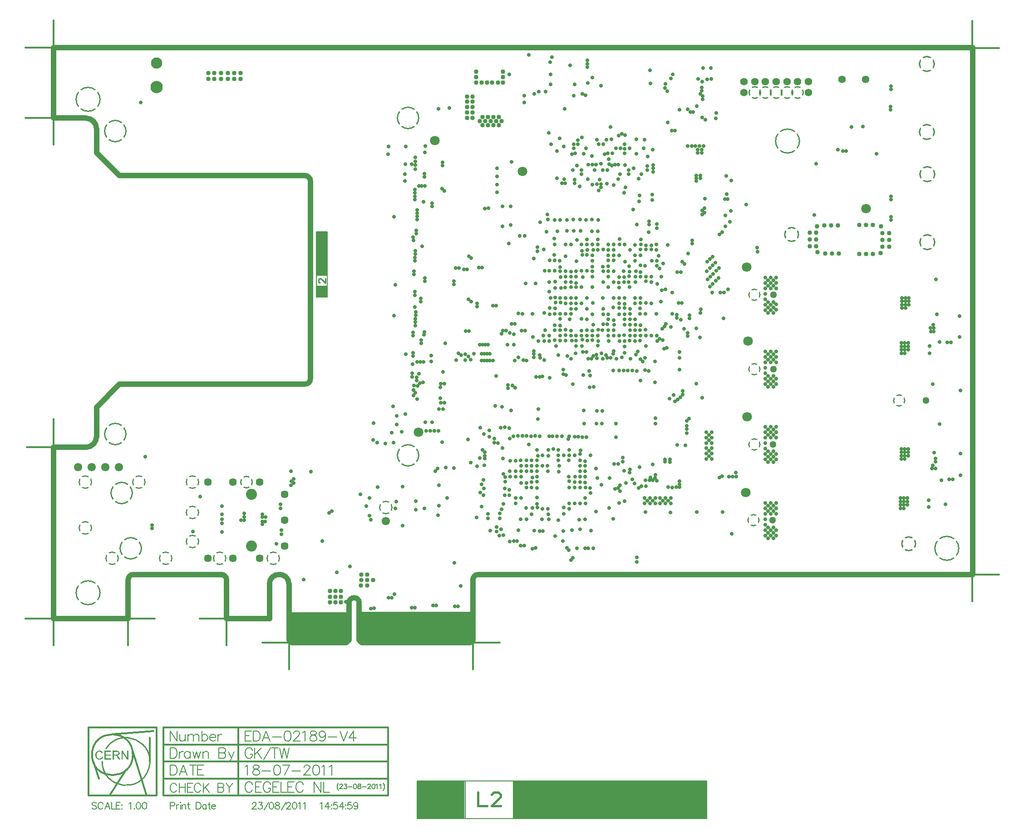
<source format=gbr>
%FSLAX24Y24*%
%MOIN*%
G70*
G01*
G75*
G04 Layer_Physical_Order=2*
G04 Layer_Color=128*
%ADD10C,0.0400*%
%ADD11C,0.0080*%
%ADD12C,0.0100*%
%ADD13C,0.0150*%
%ADD14R,1.4189X0.2756*%
%ADD15R,0.3511X0.2756*%
%ADD16R,0.0800X0.0800*%
%ADD17R,0.0800X0.3200*%
%ADD18R,0.8400X0.2350*%
%ADD19R,0.4340X0.2360*%
%ADD20C,0.0250*%
%ADD21C,0.0120*%
%ADD22C,0.0070*%
%ADD23C,0.0050*%
%ADD24C,0.0709*%
%ADD25C,0.0571*%
G04:AMPARAMS|DCode=26|XSize=101.339mil|YSize=101.339mil|CornerRadius=0mil|HoleSize=0mil|Usage=FLASHONLY|Rotation=0.000|XOffset=0mil|YOffset=0mil|HoleType=Round|Shape=Relief|Width=20mil|Gap=10mil|Entries=4|*
%AMTHD26*
7,0,0,0.1013,0.0813,0.0200,45*
%
%ADD26THD26*%
G04:AMPARAMS|DCode=27|XSize=95.433mil|YSize=95.433mil|CornerRadius=0mil|HoleSize=0mil|Usage=FLASHONLY|Rotation=0.000|XOffset=0mil|YOffset=0mil|HoleType=Round|Shape=Relief|Width=20mil|Gap=10mil|Entries=4|*
%AMTHD27*
7,0,0,0.0954,0.0754,0.0200,45*
%
%ADD27THD27*%
%ADD28C,0.0551*%
%ADD29C,0.0807*%
G04:AMPARAMS|DCode=30|XSize=185.984mil|YSize=185.984mil|CornerRadius=0mil|HoleSize=0mil|Usage=FLASHONLY|Rotation=0.000|XOffset=0mil|YOffset=0mil|HoleType=Round|Shape=Relief|Width=20mil|Gap=10mil|Entries=4|*
%AMTHD30*
7,0,0,0.1860,0.1660,0.0200,45*
%
%ADD30THD30*%
G04:AMPARAMS|DCode=31|XSize=166.299mil|YSize=166.299mil|CornerRadius=0mil|HoleSize=0mil|Usage=FLASHONLY|Rotation=0.000|XOffset=0mil|YOffset=0mil|HoleType=Round|Shape=Relief|Width=20mil|Gap=10mil|Entries=4|*
%AMTHD31*
7,0,0,0.1663,0.1463,0.0200,45*
%
%ADD31THD31*%
%ADD32C,0.0827*%
%ADD33C,0.0906*%
%ADD34C,0.0610*%
G04:AMPARAMS|DCode=35|XSize=91.496mil|YSize=91.496mil|CornerRadius=0mil|HoleSize=0mil|Usage=FLASHONLY|Rotation=0.000|XOffset=0mil|YOffset=0mil|HoleType=Round|Shape=Relief|Width=20mil|Gap=10mil|Entries=4|*
%AMTHD35*
7,0,0,0.0915,0.0715,0.0200,45*
%
%ADD35THD35*%
%ADD36C,0.0512*%
G04:AMPARAMS|DCode=37|XSize=119.055mil|YSize=119.055mil|CornerRadius=0mil|HoleSize=0mil|Usage=FLASHONLY|Rotation=0.000|XOffset=0mil|YOffset=0mil|HoleType=Round|Shape=Relief|Width=20mil|Gap=10mil|Entries=4|*
%AMTHD37*
7,0,0,0.1191,0.0991,0.0200,45*
%
%ADD37THD37*%
G04:AMPARAMS|DCode=38|XSize=111.181mil|YSize=111.181mil|CornerRadius=0mil|HoleSize=0mil|Usage=FLASHONLY|Rotation=0.000|XOffset=0mil|YOffset=0mil|HoleType=Round|Shape=Relief|Width=20mil|Gap=10mil|Entries=4|*
%AMTHD38*
7,0,0,0.1112,0.0912,0.0200,45*
%
%ADD38THD38*%
%ADD39C,0.0276*%
%ADD40C,0.0335*%
G36*
X35074Y25290D02*
X35082D01*
X35102Y25289D01*
X35122Y25287D01*
X35144Y25283D01*
X35164Y25279D01*
X35174Y25276D01*
X35183Y25273D01*
X35184D01*
X35185Y25272D01*
X35190Y25271D01*
X35198Y25266D01*
X35208Y25259D01*
X35220Y25251D01*
X35231Y25240D01*
X35243Y25228D01*
X35254Y25212D01*
X35255Y25210D01*
X35258Y25204D01*
X35263Y25195D01*
X35267Y25184D01*
X35272Y25169D01*
X35277Y25152D01*
X35280Y25135D01*
X35281Y25115D01*
Y25114D01*
Y25112D01*
Y25108D01*
X35280Y25104D01*
Y25098D01*
X35279Y25091D01*
X35275Y25075D01*
X35270Y25057D01*
X35263Y25038D01*
X35251Y25019D01*
X35244Y25009D01*
X35236Y25000D01*
X35234Y24998D01*
X35231Y24996D01*
X35228Y24992D01*
X35224Y24989D01*
X35218Y24985D01*
X35211Y24981D01*
X35203Y24976D01*
X35194Y24971D01*
X35184Y24966D01*
X35173Y24961D01*
X35160Y24956D01*
X35147Y24951D01*
X35133Y24947D01*
X35117Y24945D01*
X35101Y24942D01*
X35103Y24941D01*
X35106Y24939D01*
X35112Y24936D01*
X35119Y24932D01*
X35136Y24921D01*
X35144Y24915D01*
X35151Y24909D01*
X35153Y24907D01*
X35158Y24904D01*
X35165Y24896D01*
X35174Y24886D01*
X35185Y24873D01*
X35196Y24859D01*
X35209Y24842D01*
X35222Y24824D01*
X35333Y24650D01*
X35226D01*
X35142Y24783D01*
Y24783D01*
X35140Y24785D01*
X35138Y24788D01*
X35136Y24792D01*
X35129Y24802D01*
X35120Y24815D01*
X35110Y24829D01*
X35100Y24844D01*
X35090Y24858D01*
X35080Y24870D01*
X35079Y24871D01*
X35076Y24875D01*
X35071Y24881D01*
X35066Y24888D01*
X35052Y24902D01*
X35045Y24908D01*
X35037Y24913D01*
X35036Y24914D01*
X35034Y24915D01*
X35030Y24917D01*
X35025Y24920D01*
X35014Y24926D01*
X34999Y24931D01*
X34998D01*
X34996Y24932D01*
X34992D01*
X34987Y24933D01*
X34981Y24934D01*
X34973D01*
X34963Y24935D01*
X34854D01*
Y24650D01*
X34769D01*
Y25291D01*
X35066D01*
X35074Y25290D01*
D02*
G37*
G36*
X34636Y25216D02*
X34257D01*
Y25019D01*
X34612D01*
Y24944D01*
X34257D01*
Y24725D01*
X34651D01*
Y24650D01*
X34172D01*
Y25291D01*
X34636D01*
Y25216D01*
D02*
G37*
G36*
X35917Y24650D02*
X35831D01*
X35494Y25153D01*
Y24650D01*
X35413D01*
Y25291D01*
X35499D01*
X35836Y24787D01*
Y25291D01*
X35917D01*
Y24650D01*
D02*
G37*
G36*
X33818Y25301D02*
X33826Y25300D01*
X33836Y25299D01*
X33846Y25298D01*
X33858Y25296D01*
X33884Y25290D01*
X33911Y25281D01*
X33924Y25275D01*
X33938Y25269D01*
X33951Y25261D01*
X33964Y25252D01*
X33965Y25251D01*
X33966Y25250D01*
X33969Y25247D01*
X33974Y25243D01*
X33979Y25238D01*
X33986Y25231D01*
X33993Y25225D01*
X34000Y25217D01*
X34007Y25207D01*
X34014Y25197D01*
X34022Y25186D01*
X34030Y25173D01*
X34037Y25160D01*
X34044Y25146D01*
X34055Y25114D01*
X33971Y25095D01*
Y25096D01*
X33970Y25098D01*
X33969Y25102D01*
X33967Y25107D01*
X33965Y25112D01*
X33962Y25119D01*
X33955Y25134D01*
X33946Y25150D01*
X33934Y25168D01*
X33922Y25184D01*
X33906Y25197D01*
X33904Y25198D01*
X33898Y25202D01*
X33889Y25207D01*
X33877Y25214D01*
X33862Y25220D01*
X33843Y25225D01*
X33823Y25229D01*
X33800Y25230D01*
X33793D01*
X33788Y25229D01*
X33781D01*
X33774Y25228D01*
X33757Y25225D01*
X33737Y25221D01*
X33717Y25214D01*
X33696Y25205D01*
X33677Y25193D01*
X33676D01*
X33675Y25191D01*
X33669Y25187D01*
X33660Y25179D01*
X33649Y25168D01*
X33639Y25154D01*
X33627Y25139D01*
X33616Y25119D01*
X33607Y25098D01*
Y25097D01*
X33606Y25095D01*
X33605Y25092D01*
X33604Y25087D01*
X33602Y25082D01*
X33601Y25075D01*
X33598Y25060D01*
X33594Y25041D01*
X33591Y25021D01*
X33589Y24998D01*
X33588Y24975D01*
Y24974D01*
Y24971D01*
Y24967D01*
Y24961D01*
X33589Y24954D01*
Y24945D01*
X33590Y24937D01*
X33591Y24927D01*
X33594Y24905D01*
X33598Y24880D01*
X33603Y24856D01*
X33611Y24832D01*
Y24831D01*
X33612Y24829D01*
X33614Y24826D01*
X33616Y24823D01*
X33621Y24811D01*
X33629Y24798D01*
X33640Y24783D01*
X33652Y24768D01*
X33667Y24753D01*
X33684Y24741D01*
X33685D01*
X33686Y24740D01*
X33689Y24738D01*
X33693Y24736D01*
X33704Y24732D01*
X33718Y24726D01*
X33733Y24721D01*
X33752Y24716D01*
X33772Y24712D01*
X33794Y24711D01*
X33801D01*
X33805Y24712D01*
X33811D01*
X33819Y24713D01*
X33836Y24716D01*
X33854Y24721D01*
X33875Y24729D01*
X33894Y24739D01*
X33914Y24752D01*
X33915Y24753D01*
X33916Y24754D01*
X33922Y24760D01*
X33930Y24770D01*
X33941Y24783D01*
X33952Y24800D01*
X33964Y24821D01*
X33973Y24846D01*
X33981Y24874D01*
X34066Y24853D01*
Y24852D01*
X34065Y24848D01*
X34063Y24843D01*
X34061Y24835D01*
X34057Y24827D01*
X34053Y24817D01*
X34049Y24806D01*
X34044Y24794D01*
X34031Y24768D01*
X34013Y24742D01*
X33994Y24716D01*
X33982Y24704D01*
X33969Y24694D01*
X33968Y24693D01*
X33966Y24692D01*
X33963Y24689D01*
X33957Y24685D01*
X33950Y24681D01*
X33942Y24676D01*
X33933Y24671D01*
X33923Y24666D01*
X33911Y24661D01*
X33898Y24657D01*
X33884Y24652D01*
X33869Y24648D01*
X33837Y24641D01*
X33819Y24640D01*
X33801Y24639D01*
X33791D01*
X33783Y24640D01*
X33774D01*
X33764Y24641D01*
X33753Y24643D01*
X33741Y24644D01*
X33714Y24650D01*
X33685Y24657D01*
X33658Y24667D01*
X33644Y24673D01*
X33632Y24681D01*
X33631Y24682D01*
X33629Y24683D01*
X33626Y24686D01*
X33621Y24689D01*
X33609Y24699D01*
X33596Y24712D01*
X33579Y24729D01*
X33563Y24750D01*
X33547Y24775D01*
X33533Y24803D01*
Y24804D01*
X33532Y24807D01*
X33530Y24811D01*
X33528Y24817D01*
X33525Y24824D01*
X33522Y24833D01*
X33519Y24843D01*
X33517Y24855D01*
X33514Y24866D01*
X33511Y24880D01*
X33505Y24909D01*
X33501Y24941D01*
X33500Y24975D01*
Y24976D01*
Y24980D01*
Y24985D01*
X33501Y24991D01*
Y25000D01*
X33502Y25011D01*
X33503Y25022D01*
X33505Y25034D01*
X33510Y25062D01*
X33516Y25091D01*
X33525Y25121D01*
X33538Y25149D01*
Y25150D01*
X33540Y25152D01*
X33542Y25156D01*
X33545Y25162D01*
X33549Y25168D01*
X33554Y25175D01*
X33566Y25191D01*
X33581Y25210D01*
X33599Y25229D01*
X33622Y25247D01*
X33646Y25263D01*
X33647D01*
X33649Y25265D01*
X33653Y25267D01*
X33659Y25269D01*
X33665Y25271D01*
X33673Y25275D01*
X33682Y25278D01*
X33692Y25282D01*
X33703Y25286D01*
X33715Y25289D01*
X33741Y25296D01*
X33770Y25300D01*
X33802Y25302D01*
X33811D01*
X33818Y25301D01*
D02*
G37*
%LPC*%
G36*
X35056Y25220D02*
X34854D01*
Y25008D01*
X35045D01*
X35056Y25009D01*
X35068Y25010D01*
X35083Y25011D01*
X35099Y25013D01*
X35113Y25016D01*
X35126Y25020D01*
X35128Y25021D01*
X35132Y25022D01*
X35138Y25025D01*
X35144Y25028D01*
X35152Y25034D01*
X35161Y25041D01*
X35169Y25049D01*
X35176Y25058D01*
X35177Y25059D01*
X35179Y25063D01*
X35182Y25068D01*
X35185Y25075D01*
X35187Y25083D01*
X35190Y25093D01*
X35192Y25104D01*
X35193Y25115D01*
Y25116D01*
Y25117D01*
Y25123D01*
X35191Y25131D01*
X35189Y25142D01*
X35185Y25153D01*
X35180Y25166D01*
X35171Y25179D01*
X35160Y25190D01*
X35158Y25191D01*
X35154Y25195D01*
X35145Y25200D01*
X35135Y25205D01*
X35120Y25211D01*
X35103Y25215D01*
X35081Y25219D01*
X35056Y25220D01*
D02*
G37*
%LPD*%
D10*
X36299Y38248D02*
G03*
X35905Y37854I0J-394D01*
G01*
X43130D02*
G03*
X42736Y38248I-394J0D01*
G01*
X47716Y37529D02*
G03*
X46279Y37529I-719J0D01*
G01*
X52874Y36161D02*
G03*
X52126Y36161I-374J0D01*
G01*
X61614Y38248D02*
G03*
X61220Y37854I0J-394D01*
G01*
X33583Y71004D02*
G03*
X32795Y71791I-787J0D01*
G01*
X49291Y67165D02*
G03*
X48898Y67559I-394J0D01*
G01*
Y52244D02*
G03*
X49291Y52638I0J394D01*
G01*
X32795Y47598D02*
G03*
X33583Y48386I0J787D01*
G01*
X30433Y35000D02*
Y47598D01*
Y35000D02*
X35905D01*
Y37854D01*
X35905Y37854D02*
X35905Y37854D01*
X36299Y38248D02*
X36299Y38248D01*
X42736D01*
X42736Y38248D01*
X43130Y37854D02*
X43130Y37854D01*
Y35000D02*
Y37854D01*
Y35000D02*
X46279D01*
Y37529D01*
X47716Y33425D02*
Y37529D01*
Y33425D02*
X47913Y33228D01*
X51929D01*
X52126Y33425D01*
Y36161D01*
X52874Y33425D02*
Y36161D01*
Y33425D02*
X53071Y33228D01*
X53071Y33228D02*
X53071Y33228D01*
X53071Y33228D02*
X61024D01*
X61220Y33425D01*
X61220D02*
X61220D01*
X61220D02*
Y37854D01*
X61220Y37854D01*
X61614Y38248D02*
X61614Y38248D01*
X61614Y38248D02*
X97913D01*
Y76988D01*
X30433D02*
X97913D01*
X30433Y71791D02*
Y76988D01*
Y71791D02*
X32795D01*
X33583Y71004D02*
X33583D01*
X33583Y69252D02*
Y71004D01*
Y69252D02*
X35276Y67559D01*
X48898D01*
X49291Y52638D02*
Y67165D01*
X35276Y52244D02*
X48898D01*
X33583Y50551D02*
X35276Y52244D01*
X33583Y48386D02*
Y50551D01*
Y48386D02*
X33583D01*
X30433Y47598D02*
X32795D01*
D11*
X49743Y59422D02*
X50543D01*
X49743D02*
Y60222D01*
X50543Y59422D02*
Y60222D01*
X49743D02*
X50543D01*
X49743Y58622D02*
Y59422D01*
Y58622D02*
X50543D01*
X49743Y63422D02*
X50543D01*
X49743Y60172D02*
Y60272D01*
Y63422D01*
X50543Y58622D02*
Y63422D01*
X57119Y23070D02*
X78379D01*
Y20314D02*
Y23070D01*
X57119Y20314D02*
X78379D01*
X57119D02*
Y23070D01*
X60662Y20314D02*
Y23070D01*
Y20314D02*
X60662Y20314D01*
X64206D02*
Y23070D01*
X64206Y23070D01*
X67749Y20314D02*
Y23070D01*
X67749Y20314D02*
X67749Y20314D01*
X71292Y20314D02*
Y23070D01*
X74836Y20314D02*
Y23070D01*
X74836Y20314D02*
X74836Y20314D01*
D12*
X50003Y59697D02*
X49979D01*
X49930Y59721D01*
X49905Y59745D01*
X49881Y59794D01*
Y59892D01*
X49905Y59940D01*
X49930Y59965D01*
X49979Y59989D01*
X50027D01*
X50076Y59965D01*
X50149Y59916D01*
X50393Y59672D01*
Y60014D01*
X34000Y24503D02*
G03*
X34281Y25450I1750J-3D01*
G01*
D13*
X61600Y22250D02*
Y21250D01*
X62266D01*
X63266D02*
X62600D01*
X63266Y21916D01*
Y22083D01*
X63100Y22250D01*
X62766D01*
X62600Y22083D01*
D14*
X71284Y21692D02*
D03*
D15*
X58875D02*
D03*
D16*
X50143Y59022D02*
D03*
D17*
Y61822D02*
D03*
D18*
X56983Y34333D02*
D03*
D19*
X49913Y34298D02*
D03*
D20*
X52874Y36161D02*
G03*
X52126Y36161I-374J0D01*
G01*
X47716Y37529D02*
G03*
X46279Y37529I-719J0D01*
G01*
X33583Y71004D02*
G03*
X32795Y71791I-787J0D01*
G01*
Y47598D02*
G03*
X33583Y48386I0J787D01*
G01*
X49291Y67165D02*
G03*
X48898Y67559I-394J0D01*
G01*
Y52244D02*
G03*
X49291Y52638I0J394D01*
G01*
X36299Y38248D02*
G03*
X35905Y37854I0J-394D01*
G01*
X43130D02*
G03*
X42736Y38248I-394J0D01*
G01*
X61614D02*
G03*
X61220Y37854I0J-394D01*
G01*
X30433Y35000D02*
X35905D01*
X97913Y38248D02*
Y76988D01*
X61024Y33228D02*
X61220Y33425D01*
X53071Y33228D02*
X61024D01*
X52874Y33425D02*
X53071Y33228D01*
X52874Y33425D02*
Y36161D01*
X51929Y33228D02*
X52126Y33425D01*
X47913Y33228D02*
X51929D01*
X47716Y33425D02*
X47913Y33228D01*
X47716Y33425D02*
Y37529D01*
X46279Y35000D02*
Y37529D01*
X43130Y35000D02*
X46279D01*
X52126Y33425D02*
Y36161D01*
X30433Y71791D02*
X32795D01*
X30433Y47598D02*
X32795D01*
X30433Y35000D02*
Y47598D01*
Y76988D02*
X97913D01*
X30433Y71791D02*
Y76988D01*
X33583Y69252D02*
Y71004D01*
Y69252D02*
X35276Y67559D01*
X49291Y52638D02*
Y67165D01*
X35905Y35000D02*
Y37854D01*
X36299Y38248D02*
X42736D01*
X43130Y35000D02*
Y37854D01*
X61220Y33425D02*
Y37854D01*
X61614Y38248D02*
X97904D01*
X35276Y67559D02*
X48898D01*
X35276Y52244D02*
X48898D01*
X33583Y50551D02*
X35276Y52244D01*
X33583Y48386D02*
Y50551D01*
D21*
X30433Y33031D02*
Y35000D01*
X28346D02*
X30433D01*
X97884Y38253D02*
X99852D01*
X45748Y33228D02*
X47716D01*
X41161Y35000D02*
X43130D01*
Y33031D02*
Y35000D01*
X97898Y76954D02*
X99866D01*
X97898D02*
Y78923D01*
X30433Y76988D02*
Y78956D01*
X28346Y76988D02*
X30433D01*
X47716Y31260D02*
Y33228D01*
X61220Y31260D02*
Y33229D01*
X63189D01*
X97884Y36284D02*
Y38253D01*
X35905Y33031D02*
Y35000D01*
X37874D01*
X30433Y47598D02*
Y49685D01*
X28465Y47598D02*
X30433D01*
X28346Y71791D02*
X30433D01*
Y69823D02*
Y71791D01*
X46811Y67559D02*
X48898D01*
X49291Y65197D02*
Y67165D01*
Y52638D02*
Y54606D01*
X46929Y52244D02*
X48898D01*
X36250Y25000D02*
G03*
X36250Y25000I-1500J0D01*
G01*
X38500Y27000D02*
X55000D01*
X38500Y25750D02*
X55000D01*
X38500Y24500D02*
X55000D01*
X38500Y23250D02*
X55000D01*
X38500Y22000D02*
X55000D01*
Y27000D01*
X36220Y25300D02*
X37250Y22000D01*
X33000Y27000D02*
X38000D01*
X34750Y26500D02*
X37750Y26750D01*
X33000Y22000D02*
X38000D01*
X44000D02*
Y27000D01*
X38000Y22000D02*
Y27000D01*
X38500Y22000D02*
Y27000D01*
X37500Y24500D02*
Y26250D01*
X33000Y22000D02*
Y27000D01*
X34550Y22050D02*
X35760Y23890D01*
X33350Y24460D02*
X33750Y23250D01*
D22*
X45036Y22821D02*
X45000Y22892D01*
X44928Y22964D01*
X44857Y23000D01*
X44714D01*
X44643Y22964D01*
X44571Y22892D01*
X44536Y22821D01*
X44500Y22714D01*
Y22535D01*
X44536Y22428D01*
X44571Y22357D01*
X44643Y22285D01*
X44714Y22250D01*
X44857D01*
X44928Y22285D01*
X45000Y22357D01*
X45036Y22428D01*
X45710Y23000D02*
X45246D01*
Y22250D01*
X45710D01*
X45246Y22643D02*
X45532D01*
X46371Y22821D02*
X46335Y22892D01*
X46264Y22964D01*
X46192Y23000D01*
X46050D01*
X45978Y22964D01*
X45907Y22892D01*
X45871Y22821D01*
X45835Y22714D01*
Y22535D01*
X45871Y22428D01*
X45907Y22357D01*
X45978Y22285D01*
X46050Y22250D01*
X46192D01*
X46264Y22285D01*
X46335Y22357D01*
X46371Y22428D01*
Y22535D01*
X46192D02*
X46371D01*
X47007Y23000D02*
X46542D01*
Y22250D01*
X47007D01*
X46542Y22643D02*
X46828D01*
X47132Y23000D02*
Y22250D01*
X47560D01*
X48106Y23000D02*
X47642D01*
Y22250D01*
X48106D01*
X47642Y22643D02*
X47928D01*
X48767Y22821D02*
X48731Y22892D01*
X48660Y22964D01*
X48588Y23000D01*
X48446D01*
X48374Y22964D01*
X48303Y22892D01*
X48267Y22821D01*
X48231Y22714D01*
Y22535D01*
X48267Y22428D01*
X48303Y22357D01*
X48374Y22285D01*
X48446Y22250D01*
X48588D01*
X48660Y22285D01*
X48731Y22357D01*
X48767Y22428D01*
X49567Y23000D02*
Y22250D01*
Y23000D02*
X50067Y22250D01*
Y23000D02*
Y22250D01*
X50274Y23000D02*
Y22250D01*
X50702D01*
X45036Y25321D02*
X45000Y25392D01*
X44928Y25464D01*
X44857Y25500D01*
X44714D01*
X44643Y25464D01*
X44571Y25392D01*
X44536Y25321D01*
X44500Y25214D01*
Y25035D01*
X44536Y24928D01*
X44571Y24857D01*
X44643Y24785D01*
X44714Y24750D01*
X44857D01*
X44928Y24785D01*
X45000Y24857D01*
X45036Y24928D01*
Y25035D01*
X44857D02*
X45036D01*
X45207Y25500D02*
Y24750D01*
X45707Y25500D02*
X45207Y25000D01*
X45385Y25178D02*
X45707Y24750D01*
X45875Y24643D02*
X46375Y25500D01*
X46674D02*
Y24750D01*
X46425Y25500D02*
X46924D01*
X47014D02*
X47192Y24750D01*
X47371Y25500D02*
X47192Y24750D01*
X47371Y25500D02*
X47549Y24750D01*
X47728Y25500D02*
X47549Y24750D01*
X44500Y24107D02*
X44571Y24142D01*
X44678Y24250D01*
Y23500D01*
X45228Y24250D02*
X45121Y24214D01*
X45086Y24142D01*
Y24071D01*
X45121Y24000D01*
X45193Y23964D01*
X45335Y23928D01*
X45443Y23893D01*
X45514Y23821D01*
X45550Y23750D01*
Y23643D01*
X45514Y23571D01*
X45478Y23535D01*
X45371Y23500D01*
X45228D01*
X45121Y23535D01*
X45086Y23571D01*
X45050Y23643D01*
Y23750D01*
X45086Y23821D01*
X45157Y23893D01*
X45264Y23928D01*
X45407Y23964D01*
X45478Y24000D01*
X45514Y24071D01*
Y24142D01*
X45478Y24214D01*
X45371Y24250D01*
X45228D01*
X45718Y23821D02*
X46360D01*
X46796Y24250D02*
X46689Y24214D01*
X46617Y24107D01*
X46582Y23928D01*
Y23821D01*
X46617Y23643D01*
X46689Y23535D01*
X46796Y23500D01*
X46867D01*
X46974Y23535D01*
X47046Y23643D01*
X47082Y23821D01*
Y23928D01*
X47046Y24107D01*
X46974Y24214D01*
X46867Y24250D01*
X46796D01*
X47749D02*
X47392Y23500D01*
X47249Y24250D02*
X47749D01*
X47917Y23821D02*
X48560D01*
X48817Y24071D02*
Y24107D01*
X48853Y24178D01*
X48888Y24214D01*
X48960Y24250D01*
X49103D01*
X49174Y24214D01*
X49210Y24178D01*
X49245Y24107D01*
Y24035D01*
X49210Y23964D01*
X49138Y23857D01*
X48781Y23500D01*
X49281D01*
X49663Y24250D02*
X49556Y24214D01*
X49485Y24107D01*
X49449Y23928D01*
Y23821D01*
X49485Y23643D01*
X49556Y23535D01*
X49663Y23500D01*
X49735D01*
X49842Y23535D01*
X49913Y23643D01*
X49949Y23821D01*
Y23928D01*
X49913Y24107D01*
X49842Y24214D01*
X49735Y24250D01*
X49663D01*
X50117Y24107D02*
X50188Y24142D01*
X50295Y24250D01*
Y23500D01*
X50666Y24107D02*
X50738Y24142D01*
X50845Y24250D01*
Y23500D01*
X44964Y26750D02*
X44500D01*
Y26000D01*
X44964D01*
X44500Y26393D02*
X44786D01*
X45089Y26750D02*
Y26000D01*
Y26750D02*
X45339D01*
X45446Y26714D01*
X45518Y26642D01*
X45553Y26571D01*
X45589Y26464D01*
Y26285D01*
X45553Y26178D01*
X45518Y26107D01*
X45446Y26035D01*
X45339Y26000D01*
X45089D01*
X46328D02*
X46042Y26750D01*
X45757Y26000D01*
X45864Y26250D02*
X46221D01*
X46503Y26321D02*
X47146D01*
X47581Y26750D02*
X47474Y26714D01*
X47403Y26607D01*
X47367Y26428D01*
Y26321D01*
X47403Y26143D01*
X47474Y26035D01*
X47581Y26000D01*
X47653D01*
X47760Y26035D01*
X47831Y26143D01*
X47867Y26321D01*
Y26428D01*
X47831Y26607D01*
X47760Y26714D01*
X47653Y26750D01*
X47581D01*
X48071Y26571D02*
Y26607D01*
X48106Y26678D01*
X48142Y26714D01*
X48213Y26750D01*
X48356D01*
X48428Y26714D01*
X48463Y26678D01*
X48499Y26607D01*
Y26535D01*
X48463Y26464D01*
X48392Y26357D01*
X48035Y26000D01*
X48535D01*
X48703Y26607D02*
X48774Y26642D01*
X48881Y26750D01*
Y26000D01*
X49431Y26750D02*
X49324Y26714D01*
X49288Y26642D01*
Y26571D01*
X49324Y26500D01*
X49395Y26464D01*
X49538Y26428D01*
X49645Y26393D01*
X49717Y26321D01*
X49752Y26250D01*
Y26143D01*
X49717Y26071D01*
X49681Y26035D01*
X49574Y26000D01*
X49431D01*
X49324Y26035D01*
X49288Y26071D01*
X49252Y26143D01*
Y26250D01*
X49288Y26321D01*
X49360Y26393D01*
X49467Y26428D01*
X49610Y26464D01*
X49681Y26500D01*
X49717Y26571D01*
Y26642D01*
X49681Y26714D01*
X49574Y26750D01*
X49431D01*
X50384Y26500D02*
X50349Y26393D01*
X50277Y26321D01*
X50170Y26285D01*
X50134D01*
X50027Y26321D01*
X49956Y26393D01*
X49920Y26500D01*
Y26535D01*
X49956Y26642D01*
X50027Y26714D01*
X50134Y26750D01*
X50170D01*
X50277Y26714D01*
X50349Y26642D01*
X50384Y26500D01*
Y26321D01*
X50349Y26143D01*
X50277Y26035D01*
X50170Y26000D01*
X50099D01*
X49992Y26035D01*
X49956Y26107D01*
X50588Y26321D02*
X51231D01*
X51452Y26750D02*
X51738Y26000D01*
X52023Y26750D02*
X51738Y26000D01*
X52477Y26750D02*
X52120Y26250D01*
X52655D01*
X52477Y26750D02*
Y26000D01*
X39000Y26750D02*
Y26000D01*
Y26750D02*
X39500Y26000D01*
Y26750D02*
Y26000D01*
X39707Y26500D02*
Y26143D01*
X39743Y26035D01*
X39814Y26000D01*
X39921D01*
X39993Y26035D01*
X40100Y26143D01*
Y26500D02*
Y26000D01*
X40296Y26500D02*
Y26000D01*
Y26357D02*
X40403Y26464D01*
X40475Y26500D01*
X40582D01*
X40653Y26464D01*
X40689Y26357D01*
Y26000D01*
Y26357D02*
X40796Y26464D01*
X40867Y26500D01*
X40974D01*
X41046Y26464D01*
X41082Y26357D01*
Y26000D01*
X41317Y26750D02*
Y26000D01*
Y26393D02*
X41389Y26464D01*
X41460Y26500D01*
X41567D01*
X41639Y26464D01*
X41710Y26393D01*
X41746Y26285D01*
Y26214D01*
X41710Y26107D01*
X41639Y26035D01*
X41567Y26000D01*
X41460D01*
X41389Y26035D01*
X41317Y26107D01*
X41906Y26285D02*
X42335D01*
Y26357D01*
X42299Y26428D01*
X42264Y26464D01*
X42192Y26500D01*
X42085D01*
X42014Y26464D01*
X41942Y26393D01*
X41906Y26285D01*
Y26214D01*
X41942Y26107D01*
X42014Y26035D01*
X42085Y26000D01*
X42192D01*
X42264Y26035D01*
X42335Y26107D01*
X42496Y26500D02*
Y26000D01*
Y26285D02*
X42531Y26393D01*
X42603Y26464D01*
X42674Y26500D01*
X42781D01*
X39000Y24250D02*
Y23500D01*
Y24250D02*
X39250D01*
X39357Y24214D01*
X39428Y24142D01*
X39464Y24071D01*
X39500Y23964D01*
Y23785D01*
X39464Y23678D01*
X39428Y23607D01*
X39357Y23535D01*
X39250Y23500D01*
X39000D01*
X40239D02*
X39953Y24250D01*
X39668Y23500D01*
X39775Y23750D02*
X40132D01*
X40664Y24250D02*
Y23500D01*
X40414Y24250D02*
X40914D01*
X41467D02*
X41003D01*
Y23500D01*
X41467D01*
X41003Y23893D02*
X41289D01*
X39000Y25500D02*
Y24750D01*
Y25500D02*
X39250D01*
X39357Y25464D01*
X39428Y25392D01*
X39464Y25321D01*
X39500Y25214D01*
Y25035D01*
X39464Y24928D01*
X39428Y24857D01*
X39357Y24785D01*
X39250Y24750D01*
X39000D01*
X39668Y25250D02*
Y24750D01*
Y25035D02*
X39703Y25143D01*
X39775Y25214D01*
X39846Y25250D01*
X39953D01*
X40450D02*
Y24750D01*
Y25143D02*
X40378Y25214D01*
X40307Y25250D01*
X40200D01*
X40128Y25214D01*
X40057Y25143D01*
X40021Y25035D01*
Y24964D01*
X40057Y24857D01*
X40128Y24785D01*
X40200Y24750D01*
X40307D01*
X40378Y24785D01*
X40450Y24857D01*
X40650Y25250D02*
X40792Y24750D01*
X40935Y25250D02*
X40792Y24750D01*
X40935Y25250D02*
X41078Y24750D01*
X41221Y25250D02*
X41078Y24750D01*
X41396Y25250D02*
Y24750D01*
Y25107D02*
X41503Y25214D01*
X41574Y25250D01*
X41681D01*
X41753Y25214D01*
X41789Y25107D01*
Y24750D01*
X42574Y25500D02*
Y24750D01*
Y25500D02*
X42896D01*
X43003Y25464D01*
X43038Y25428D01*
X43074Y25357D01*
Y25285D01*
X43038Y25214D01*
X43003Y25178D01*
X42896Y25143D01*
X42574D02*
X42896D01*
X43003Y25107D01*
X43038Y25071D01*
X43074Y25000D01*
Y24893D01*
X43038Y24821D01*
X43003Y24785D01*
X42896Y24750D01*
X42574D01*
X43278Y25250D02*
X43492Y24750D01*
X43706Y25250D02*
X43492Y24750D01*
X43420Y24607D01*
X43349Y24536D01*
X43278Y24500D01*
X43242D01*
X39464Y22745D02*
X39433Y22807D01*
X39371Y22869D01*
X39309Y22900D01*
X39186D01*
X39124Y22869D01*
X39062Y22807D01*
X39031Y22745D01*
X39000Y22652D01*
Y22497D01*
X39031Y22405D01*
X39062Y22343D01*
X39124Y22281D01*
X39186Y22250D01*
X39309D01*
X39371Y22281D01*
X39433Y22343D01*
X39464Y22405D01*
X39647Y22900D02*
Y22250D01*
X40080Y22900D02*
Y22250D01*
X39647Y22590D02*
X40080D01*
X40662Y22900D02*
X40259D01*
Y22250D01*
X40662D01*
X40259Y22590D02*
X40507D01*
X41234Y22745D02*
X41203Y22807D01*
X41141Y22869D01*
X41079Y22900D01*
X40956D01*
X40894Y22869D01*
X40832Y22807D01*
X40801Y22745D01*
X40770Y22652D01*
Y22497D01*
X40801Y22405D01*
X40832Y22343D01*
X40894Y22281D01*
X40956Y22250D01*
X41079D01*
X41141Y22281D01*
X41203Y22343D01*
X41234Y22405D01*
X41417Y22900D02*
Y22250D01*
X41850Y22900D02*
X41417Y22466D01*
X41572Y22621D02*
X41850Y22250D01*
X42506Y22900D02*
Y22250D01*
Y22900D02*
X42785D01*
X42877Y22869D01*
X42908Y22838D01*
X42939Y22776D01*
Y22714D01*
X42908Y22652D01*
X42877Y22621D01*
X42785Y22590D01*
X42506D02*
X42785D01*
X42877Y22559D01*
X42908Y22528D01*
X42939Y22466D01*
Y22374D01*
X42908Y22312D01*
X42877Y22281D01*
X42785Y22250D01*
X42506D01*
X43085Y22900D02*
X43332Y22590D01*
Y22250D01*
X43580Y22900D02*
X43332Y22590D01*
D23*
X33583Y21428D02*
X33536Y21476D01*
X33464Y21500D01*
X33369D01*
X33298Y21476D01*
X33250Y21428D01*
Y21381D01*
X33274Y21333D01*
X33298Y21309D01*
X33345Y21286D01*
X33488Y21238D01*
X33536Y21214D01*
X33559Y21190D01*
X33583Y21143D01*
Y21071D01*
X33536Y21024D01*
X33464Y21000D01*
X33369D01*
X33298Y21024D01*
X33250Y21071D01*
X34052Y21381D02*
X34028Y21428D01*
X33981Y21476D01*
X33933Y21500D01*
X33838D01*
X33790Y21476D01*
X33743Y21428D01*
X33719Y21381D01*
X33695Y21309D01*
Y21190D01*
X33719Y21119D01*
X33743Y21071D01*
X33790Y21024D01*
X33838Y21000D01*
X33933D01*
X33981Y21024D01*
X34028Y21071D01*
X34052Y21119D01*
X34574Y21000D02*
X34383Y21500D01*
X34193Y21000D01*
X34264Y21167D02*
X34502D01*
X34690Y21500D02*
Y21000D01*
X34976D01*
X35340Y21500D02*
X35031D01*
Y21000D01*
X35340D01*
X35031Y21262D02*
X35221D01*
X35447Y21333D02*
X35423Y21309D01*
X35447Y21286D01*
X35471Y21309D01*
X35447Y21333D01*
Y21048D02*
X35423Y21024D01*
X35447Y21000D01*
X35471Y21024D01*
X35447Y21048D01*
X35973Y21405D02*
X36021Y21428D01*
X36092Y21500D01*
Y21000D01*
X36364Y21048D02*
X36340Y21024D01*
X36364Y21000D01*
X36387Y21024D01*
X36364Y21048D01*
X36640Y21500D02*
X36568Y21476D01*
X36521Y21405D01*
X36497Y21286D01*
Y21214D01*
X36521Y21095D01*
X36568Y21024D01*
X36640Y21000D01*
X36687D01*
X36759Y21024D01*
X36806Y21095D01*
X36830Y21214D01*
Y21286D01*
X36806Y21405D01*
X36759Y21476D01*
X36687Y21500D01*
X36640D01*
X37085D02*
X37013Y21476D01*
X36966Y21405D01*
X36942Y21286D01*
Y21214D01*
X36966Y21095D01*
X37013Y21024D01*
X37085Y21000D01*
X37132D01*
X37204Y21024D01*
X37252Y21095D01*
X37275Y21214D01*
Y21286D01*
X37252Y21405D01*
X37204Y21476D01*
X37132Y21500D01*
X37085D01*
X39000Y21238D02*
X39214D01*
X39286Y21262D01*
X39309Y21285D01*
X39333Y21333D01*
Y21404D01*
X39309Y21452D01*
X39286Y21476D01*
X39214Y21500D01*
X39000D01*
Y21000D01*
X39445Y21333D02*
Y21000D01*
Y21190D02*
X39469Y21262D01*
X39516Y21309D01*
X39564Y21333D01*
X39636D01*
X39728Y21500D02*
X39752Y21476D01*
X39776Y21500D01*
X39752Y21523D01*
X39728Y21500D01*
X39752Y21333D02*
Y21000D01*
X39864Y21333D02*
Y21000D01*
Y21238D02*
X39935Y21309D01*
X39983Y21333D01*
X40054D01*
X40102Y21309D01*
X40126Y21238D01*
Y21000D01*
X40328Y21500D02*
Y21095D01*
X40352Y21024D01*
X40400Y21000D01*
X40447D01*
X40257Y21333D02*
X40423D01*
X40911Y21500D02*
Y21000D01*
Y21500D02*
X41078D01*
X41149Y21476D01*
X41197Y21428D01*
X41221Y21381D01*
X41245Y21309D01*
Y21190D01*
X41221Y21119D01*
X41197Y21071D01*
X41149Y21024D01*
X41078Y21000D01*
X40911D01*
X41642Y21333D02*
Y21000D01*
Y21262D02*
X41595Y21309D01*
X41547Y21333D01*
X41476D01*
X41428Y21309D01*
X41380Y21262D01*
X41357Y21190D01*
Y21143D01*
X41380Y21071D01*
X41428Y21024D01*
X41476Y21000D01*
X41547D01*
X41595Y21024D01*
X41642Y21071D01*
X41847Y21500D02*
Y21095D01*
X41871Y21024D01*
X41918Y21000D01*
X41966D01*
X41776Y21333D02*
X41942D01*
X42037Y21190D02*
X42323D01*
Y21238D01*
X42299Y21285D01*
X42275Y21309D01*
X42228Y21333D01*
X42156D01*
X42109Y21309D01*
X42061Y21262D01*
X42037Y21190D01*
Y21143D01*
X42061Y21071D01*
X42109Y21024D01*
X42156Y21000D01*
X42228D01*
X42275Y21024D01*
X42323Y21071D01*
X45024Y21381D02*
Y21404D01*
X45048Y21452D01*
X45071Y21476D01*
X45119Y21500D01*
X45214D01*
X45262Y21476D01*
X45286Y21452D01*
X45309Y21404D01*
Y21357D01*
X45286Y21309D01*
X45238Y21238D01*
X45000Y21000D01*
X45333D01*
X45493Y21500D02*
X45755D01*
X45612Y21309D01*
X45683D01*
X45731Y21285D01*
X45755Y21262D01*
X45778Y21190D01*
Y21143D01*
X45755Y21071D01*
X45707Y21024D01*
X45636Y21000D01*
X45564D01*
X45493Y21024D01*
X45469Y21047D01*
X45445Y21095D01*
X45890Y20928D02*
X46223Y21500D01*
X46400D02*
X46328Y21476D01*
X46281Y21404D01*
X46257Y21285D01*
Y21214D01*
X46281Y21095D01*
X46328Y21024D01*
X46400Y21000D01*
X46447D01*
X46519Y21024D01*
X46566Y21095D01*
X46590Y21214D01*
Y21285D01*
X46566Y21404D01*
X46519Y21476D01*
X46447Y21500D01*
X46400D01*
X46821D02*
X46750Y21476D01*
X46726Y21428D01*
Y21381D01*
X46750Y21333D01*
X46797Y21309D01*
X46892Y21285D01*
X46964Y21262D01*
X47011Y21214D01*
X47035Y21166D01*
Y21095D01*
X47011Y21047D01*
X46988Y21024D01*
X46916Y21000D01*
X46821D01*
X46750Y21024D01*
X46726Y21047D01*
X46702Y21095D01*
Y21166D01*
X46726Y21214D01*
X46773Y21262D01*
X46845Y21285D01*
X46940Y21309D01*
X46988Y21333D01*
X47011Y21381D01*
Y21428D01*
X46988Y21476D01*
X46916Y21500D01*
X46821D01*
X47147Y20928D02*
X47480Y21500D01*
X47537Y21381D02*
Y21404D01*
X47561Y21452D01*
X47585Y21476D01*
X47633Y21500D01*
X47728D01*
X47776Y21476D01*
X47799Y21452D01*
X47823Y21404D01*
Y21357D01*
X47799Y21309D01*
X47752Y21238D01*
X47514Y21000D01*
X47847D01*
X48102Y21500D02*
X48030Y21476D01*
X47983Y21404D01*
X47959Y21285D01*
Y21214D01*
X47983Y21095D01*
X48030Y21024D01*
X48102Y21000D01*
X48149D01*
X48221Y21024D01*
X48268Y21095D01*
X48292Y21214D01*
Y21285D01*
X48268Y21404D01*
X48221Y21476D01*
X48149Y21500D01*
X48102D01*
X48404Y21404D02*
X48452Y21428D01*
X48523Y21500D01*
Y21000D01*
X48771Y21404D02*
X48818Y21428D01*
X48890Y21500D01*
Y21000D01*
X50000Y21404D02*
X50048Y21428D01*
X50119Y21500D01*
Y21000D01*
X50605Y21500D02*
X50367Y21166D01*
X50724D01*
X50605Y21500D02*
Y21000D01*
X50835Y21333D02*
X50812Y21309D01*
X50835Y21285D01*
X50859Y21309D01*
X50835Y21333D01*
Y21047D02*
X50812Y21024D01*
X50835Y21000D01*
X50859Y21024D01*
X50835Y21047D01*
X51254Y21500D02*
X51016D01*
X50993Y21285D01*
X51016Y21309D01*
X51088Y21333D01*
X51159D01*
X51231Y21309D01*
X51278Y21262D01*
X51302Y21190D01*
Y21143D01*
X51278Y21071D01*
X51231Y21024D01*
X51159Y21000D01*
X51088D01*
X51016Y21024D01*
X50993Y21047D01*
X50969Y21095D01*
X51652Y21500D02*
X51414Y21166D01*
X51771D01*
X51652Y21500D02*
Y21000D01*
X51883Y21333D02*
X51859Y21309D01*
X51883Y21285D01*
X51907Y21309D01*
X51883Y21333D01*
Y21047D02*
X51859Y21024D01*
X51883Y21000D01*
X51907Y21024D01*
X51883Y21047D01*
X52302Y21500D02*
X52064D01*
X52040Y21285D01*
X52064Y21309D01*
X52135Y21333D01*
X52207D01*
X52278Y21309D01*
X52326Y21262D01*
X52349Y21190D01*
Y21143D01*
X52326Y21071D01*
X52278Y21024D01*
X52207Y21000D01*
X52135D01*
X52064Y21024D01*
X52040Y21047D01*
X52016Y21095D01*
X52771Y21333D02*
X52747Y21262D01*
X52699Y21214D01*
X52628Y21190D01*
X52604D01*
X52533Y21214D01*
X52485Y21262D01*
X52461Y21333D01*
Y21357D01*
X52485Y21428D01*
X52533Y21476D01*
X52604Y21500D01*
X52628D01*
X52699Y21476D01*
X52747Y21428D01*
X52771Y21333D01*
Y21214D01*
X52747Y21095D01*
X52699Y21024D01*
X52628Y21000D01*
X52580D01*
X52509Y21024D01*
X52485Y21071D01*
X51367Y22917D02*
X51333Y22883D01*
X51300Y22833D01*
X51267Y22767D01*
X51250Y22683D01*
Y22617D01*
X51267Y22533D01*
X51300Y22467D01*
X51333Y22417D01*
X51367Y22383D01*
X51333Y22883D02*
X51300Y22817D01*
X51283Y22767D01*
X51267Y22683D01*
Y22617D01*
X51283Y22533D01*
X51300Y22483D01*
X51333Y22417D01*
X51450Y22767D02*
Y22783D01*
X51467Y22817D01*
X51483Y22833D01*
X51517Y22850D01*
X51583D01*
X51617Y22833D01*
X51633Y22817D01*
X51650Y22783D01*
Y22750D01*
X51633Y22717D01*
X51600Y22667D01*
X51433Y22500D01*
X51667D01*
X51778Y22850D02*
X51962D01*
X51862Y22717D01*
X51912D01*
X51945Y22700D01*
X51962Y22683D01*
X51978Y22633D01*
Y22600D01*
X51962Y22550D01*
X51928Y22517D01*
X51878Y22500D01*
X51828D01*
X51778Y22517D01*
X51762Y22533D01*
X51745Y22567D01*
X52056Y22650D02*
X52356D01*
X52560Y22850D02*
X52510Y22833D01*
X52476Y22783D01*
X52460Y22700D01*
Y22650D01*
X52476Y22567D01*
X52510Y22517D01*
X52560Y22500D01*
X52593D01*
X52643Y22517D01*
X52676Y22567D01*
X52693Y22650D01*
Y22700D01*
X52676Y22783D01*
X52643Y22833D01*
X52593Y22850D01*
X52560D01*
X52855D02*
X52805Y22833D01*
X52788Y22800D01*
Y22767D01*
X52805Y22733D01*
X52838Y22717D01*
X52905Y22700D01*
X52955Y22683D01*
X52988Y22650D01*
X53005Y22617D01*
Y22567D01*
X52988Y22533D01*
X52971Y22517D01*
X52921Y22500D01*
X52855D01*
X52805Y22517D01*
X52788Y22533D01*
X52771Y22567D01*
Y22617D01*
X52788Y22650D01*
X52821Y22683D01*
X52871Y22700D01*
X52938Y22717D01*
X52971Y22733D01*
X52988Y22767D01*
Y22800D01*
X52971Y22833D01*
X52921Y22850D01*
X52855D01*
X53083Y22650D02*
X53383D01*
X53503Y22767D02*
Y22783D01*
X53520Y22817D01*
X53536Y22833D01*
X53569Y22850D01*
X53636D01*
X53669Y22833D01*
X53686Y22817D01*
X53703Y22783D01*
Y22750D01*
X53686Y22717D01*
X53653Y22667D01*
X53486Y22500D01*
X53719D01*
X53898Y22850D02*
X53848Y22833D01*
X53814Y22783D01*
X53798Y22700D01*
Y22650D01*
X53814Y22567D01*
X53848Y22517D01*
X53898Y22500D01*
X53931D01*
X53981Y22517D01*
X54014Y22567D01*
X54031Y22650D01*
Y22700D01*
X54014Y22783D01*
X53981Y22833D01*
X53931Y22850D01*
X53898D01*
X54109Y22783D02*
X54143Y22800D01*
X54193Y22850D01*
Y22500D01*
X54366Y22783D02*
X54399Y22800D01*
X54449Y22850D01*
Y22500D01*
X54623Y22917D02*
X54656Y22883D01*
X54689Y22833D01*
X54723Y22767D01*
X54739Y22683D01*
Y22617D01*
X54723Y22533D01*
X54689Y22467D01*
X54656Y22417D01*
X54623Y22383D01*
X54656Y22883D02*
X54689Y22817D01*
X54706Y22767D01*
X54723Y22683D01*
Y22617D01*
X54706Y22533D01*
X54689Y22483D01*
X54656Y22417D01*
D24*
X64873Y67878D02*
D03*
X58439Y70128D02*
D03*
X57238Y48718D02*
D03*
X81413Y55398D02*
D03*
X81323Y60828D02*
D03*
X81253Y44288D02*
D03*
X90100Y65150D02*
D03*
X81373Y49848D02*
D03*
D25*
X47402Y40343D02*
D03*
Y42232D02*
D03*
Y44122D02*
D03*
X41746Y39435D02*
D03*
X43596D02*
D03*
X45565D02*
D03*
Y45045D02*
D03*
X43596D02*
D03*
X41746D02*
D03*
D26*
X40644Y40683D02*
D03*
Y42809D02*
D03*
X32770Y41667D02*
D03*
X34738Y39435D02*
D03*
X38675D02*
D03*
X46549D02*
D03*
X42612D02*
D03*
X40644Y45045D02*
D03*
X36707D02*
D03*
X32770D02*
D03*
X54813Y43188D02*
D03*
D27*
X44581Y45045D02*
D03*
X85068Y73684D02*
D03*
X81918D02*
D03*
X82706D02*
D03*
X83493D02*
D03*
X84280D02*
D03*
D28*
X88337Y74632D02*
D03*
X90069D02*
D03*
X85068Y74472D02*
D03*
X85855Y73684D02*
D03*
Y74472D02*
D03*
X81131Y73684D02*
D03*
Y74472D02*
D03*
X81918D02*
D03*
X82706D02*
D03*
X83493D02*
D03*
X84280D02*
D03*
D29*
X44961Y40343D02*
D03*
Y44122D02*
D03*
D30*
X32952Y36892D02*
D03*
X84343Y70098D02*
D03*
X32952Y73168D02*
D03*
X96013Y40168D02*
D03*
D31*
X34961Y70827D02*
D03*
X56457Y71811D02*
D03*
X56457Y47008D02*
D03*
X34961Y48563D02*
D03*
X35439Y44238D02*
D03*
X36089Y40158D02*
D03*
D32*
X38002Y75846D02*
D03*
D33*
Y74075D02*
D03*
D34*
X32244Y46144D02*
D03*
X33244D02*
D03*
X35244D02*
D03*
X34244D02*
D03*
X54813Y42188D02*
D03*
D35*
X92539Y51038D02*
D03*
X81904Y53338D02*
D03*
Y58798D02*
D03*
X81834Y42248D02*
D03*
X81884Y47808D02*
D03*
D36*
X94507Y51038D02*
D03*
X83282Y53338D02*
D03*
Y58798D02*
D03*
X83212Y42248D02*
D03*
X83262Y47808D02*
D03*
D37*
X94583Y62662D02*
D03*
Y67678D02*
D03*
X94563Y70772D02*
D03*
Y75788D02*
D03*
D38*
X84627Y63240D02*
D03*
X93233Y40508D02*
D03*
D39*
X56994Y56531D02*
D03*
X55423Y57270D02*
D03*
X56972Y57894D02*
D03*
X55533Y59553D02*
D03*
X57486Y62386D02*
D03*
X55430Y64540D02*
D03*
X57579Y65629D02*
D03*
X95220Y59950D02*
D03*
X95491Y49315D02*
D03*
X59483Y72538D02*
D03*
X58683Y72488D02*
D03*
X89873Y71178D02*
D03*
X89043Y71148D02*
D03*
X88633Y69358D02*
D03*
X88403D02*
D03*
X88033Y69478D02*
D03*
X86413Y68438D02*
D03*
X69953Y63478D02*
D03*
X74943Y55568D02*
D03*
X75153Y55458D02*
D03*
X76713Y56298D02*
D03*
X77002Y55768D02*
D03*
X76993Y55998D02*
D03*
X76393Y53318D02*
D03*
X77043Y61848D02*
D03*
X76933Y49538D02*
D03*
X76453Y51288D02*
D03*
X77103Y49718D02*
D03*
X78073Y51238D02*
D03*
X59817Y59573D02*
D03*
X61898Y60798D02*
D03*
X61668D02*
D03*
X56893Y60538D02*
D03*
Y60308D02*
D03*
X82683Y54638D02*
D03*
Y54238D02*
D03*
X83493Y58098D02*
D03*
Y57698D02*
D03*
X83283Y57468D02*
D03*
X70773Y67988D02*
D03*
X69683Y68368D02*
D03*
X70407Y63477D02*
D03*
X70477Y66467D02*
D03*
X71203Y68758D02*
D03*
X71143Y69198D02*
D03*
X70907Y69148D02*
D03*
X71217Y68419D02*
D03*
X71427Y68317D02*
D03*
X71663Y68368D02*
D03*
X71893D02*
D03*
X71447Y69216D02*
D03*
X69963Y68998D02*
D03*
X72377Y69217D02*
D03*
X73223Y69158D02*
D03*
X70637Y66707D02*
D03*
X70633Y66938D02*
D03*
X69980Y66920D02*
D03*
X70161Y67967D02*
D03*
X71053Y66988D02*
D03*
X70517Y67287D02*
D03*
X70323Y66928D02*
D03*
X69677Y67317D02*
D03*
X72383Y68338D02*
D03*
X71903Y67308D02*
D03*
X69188Y67981D02*
D03*
X70003Y68358D02*
D03*
X71573Y66868D02*
D03*
X67963Y72478D02*
D03*
X68693Y74278D02*
D03*
X73927Y62148D02*
D03*
X69273Y73588D02*
D03*
X70643Y74178D02*
D03*
X64993Y72948D02*
D03*
Y73438D02*
D03*
X57703Y60036D02*
D03*
Y59805D02*
D03*
X57393Y58538D02*
D03*
Y58308D02*
D03*
X61523Y57943D02*
D03*
Y58173D02*
D03*
X66470Y57470D02*
D03*
X66850Y57850D02*
D03*
X72037Y44388D02*
D03*
X75863Y44638D02*
D03*
X74413Y43688D02*
D03*
X74613Y43888D02*
D03*
Y43488D02*
D03*
X75173Y43688D02*
D03*
X74973Y43888D02*
D03*
X75373D02*
D03*
Y43488D02*
D03*
X75573Y43688D02*
D03*
X55266Y36538D02*
D03*
X55033Y36538D02*
D03*
X59903Y35898D02*
D03*
X53615Y42586D02*
D03*
X76503Y60468D02*
D03*
X76760Y61071D02*
D03*
X73278Y39498D02*
D03*
X73273Y39168D02*
D03*
X80303Y45448D02*
D03*
X80543Y45728D02*
D03*
X80043Y45428D02*
D03*
X76643Y51738D02*
D03*
X80563Y45438D02*
D03*
X71513Y42328D02*
D03*
X79523Y45488D02*
D03*
X79313Y45378D02*
D03*
X75253Y54838D02*
D03*
X75473Y54918D02*
D03*
X76643Y51468D02*
D03*
X76073Y50958D02*
D03*
X76263Y51118D02*
D03*
X75973Y51448D02*
D03*
X73277Y53208D02*
D03*
X72597Y53238D02*
D03*
X72287Y53248D02*
D03*
X71967D02*
D03*
X71542Y53239D02*
D03*
X72920Y53234D02*
D03*
X71577Y55818D02*
D03*
X72353Y54548D02*
D03*
X72713Y55428D02*
D03*
X73333Y54628D02*
D03*
X73113Y56208D02*
D03*
X73500Y56210D02*
D03*
X73930Y55810D02*
D03*
X72773Y56198D02*
D03*
X72343Y55828D02*
D03*
X73683Y53898D02*
D03*
X73523Y54078D02*
D03*
X73183Y54418D02*
D03*
X74113Y53218D02*
D03*
X73873Y53288D02*
D03*
X74583Y52368D02*
D03*
X74633Y49328D02*
D03*
X74623Y49748D02*
D03*
X80243Y41238D02*
D03*
X77663Y42828D02*
D03*
X79563Y42838D02*
D03*
X74013Y43688D02*
D03*
X73813Y43888D02*
D03*
X74213D02*
D03*
Y43488D02*
D03*
X74973D02*
D03*
X75773D02*
D03*
X56063Y44708D02*
D03*
X61053Y46478D02*
D03*
X59233Y46108D02*
D03*
X55603Y43618D02*
D03*
X53383Y43268D02*
D03*
X52953Y44138D02*
D03*
X62439Y48356D02*
D03*
X62043Y48568D02*
D03*
X58963Y47968D02*
D03*
X63973Y45438D02*
D03*
X62011Y45195D02*
D03*
X61873Y44868D02*
D03*
X52183Y38828D02*
D03*
X59843Y46068D02*
D03*
X58643Y46048D02*
D03*
X58463Y45828D02*
D03*
X61543Y46198D02*
D03*
X60863Y48168D02*
D03*
X53731Y42284D02*
D03*
X50877Y42918D02*
D03*
X57733Y49448D02*
D03*
X58223Y49438D02*
D03*
X75723Y42818D02*
D03*
X73903Y42828D02*
D03*
X71577Y56208D02*
D03*
X71960Y55815D02*
D03*
X72748D02*
D03*
X73813Y43488D02*
D03*
X75773Y43888D02*
D03*
X69827Y44608D02*
D03*
X71667Y44538D02*
D03*
X78373Y47538D02*
D03*
X78773D02*
D03*
X78573Y47338D02*
D03*
X78373Y47138D02*
D03*
Y46738D02*
D03*
X78573Y46938D02*
D03*
X78773Y47138D02*
D03*
Y46738D02*
D03*
X78373Y48698D02*
D03*
X78773D02*
D03*
X78573Y48498D02*
D03*
X78373Y48298D02*
D03*
Y47898D02*
D03*
X78573Y48098D02*
D03*
X78773Y48298D02*
D03*
Y47898D02*
D03*
X75573Y44668D02*
D03*
X75333Y46528D02*
D03*
Y46718D02*
D03*
X75697Y46518D02*
D03*
X75703Y46718D02*
D03*
X76823Y47748D02*
D03*
X76403Y44658D02*
D03*
X76163D02*
D03*
X76403Y44888D02*
D03*
X79623Y57088D02*
D03*
X64365Y46621D02*
D03*
X68230Y48190D02*
D03*
X68700Y48380D02*
D03*
X68280Y48420D02*
D03*
X67760D02*
D03*
X67390Y48400D02*
D03*
X68167Y54300D02*
D03*
X66343Y46998D02*
D03*
X65997Y46988D02*
D03*
X76943Y48628D02*
D03*
X76933Y48938D02*
D03*
Y49188D02*
D03*
X76403Y54613D02*
D03*
X77643Y52268D02*
D03*
X76403Y54178D02*
D03*
X75763Y56428D02*
D03*
X75411Y56681D02*
D03*
X73553Y62508D02*
D03*
X77643Y56328D02*
D03*
X74703Y57408D02*
D03*
X75043Y58308D02*
D03*
X75863Y58978D02*
D03*
X75083Y59138D02*
D03*
X74860Y61660D02*
D03*
X74690Y62100D02*
D03*
X73893Y57408D02*
D03*
X73503D02*
D03*
X74397Y65788D02*
D03*
X74390Y66170D02*
D03*
X78793Y58968D02*
D03*
X79383Y58978D02*
D03*
X79673D02*
D03*
X80203Y67208D02*
D03*
X74713Y64018D02*
D03*
Y63718D02*
D03*
X77953Y57738D02*
D03*
X90863Y69168D02*
D03*
X76483Y56958D02*
D03*
X74753Y55398D02*
D03*
X75143Y56308D02*
D03*
X47149Y41218D02*
D03*
Y41518D02*
D03*
X82683Y57688D02*
D03*
Y58488D02*
D03*
X82883Y57488D02*
D03*
X83083Y58088D02*
D03*
X82883Y57888D02*
D03*
X82683Y58088D02*
D03*
Y60088D02*
D03*
X41189Y43968D02*
D03*
X37659Y41863D02*
D03*
Y41633D02*
D03*
X77143Y57063D02*
D03*
Y57293D02*
D03*
X76333Y58218D02*
D03*
X74043Y67958D02*
D03*
X74033Y68278D02*
D03*
X57003Y68328D02*
D03*
X56223Y67168D02*
D03*
Y67668D02*
D03*
X56993Y68048D02*
D03*
X76058Y70868D02*
D03*
X75828D02*
D03*
X77333Y62578D02*
D03*
Y62808D02*
D03*
X78303Y71688D02*
D03*
X79093Y72158D02*
D03*
X65713Y73578D02*
D03*
X75523Y71468D02*
D03*
X69493Y73488D02*
D03*
X77409Y72248D02*
D03*
X71960Y58571D02*
D03*
X75533Y62468D02*
D03*
X73133Y57008D02*
D03*
X72753Y57018D02*
D03*
X78743Y74658D02*
D03*
X79073Y71758D02*
D03*
X74723Y55798D02*
D03*
X72717Y60518D02*
D03*
X73210Y60540D02*
D03*
X72703Y60898D02*
D03*
X72293Y60528D02*
D03*
X72330Y60090D02*
D03*
X73407Y67347D02*
D03*
X77179Y72248D02*
D03*
X77663Y72678D02*
D03*
X75483Y73788D02*
D03*
X75340Y73994D02*
D03*
X69982Y55458D02*
D03*
X69207Y56188D02*
D03*
X69203Y55808D02*
D03*
X69257Y55498D02*
D03*
X68810Y55430D02*
D03*
X68757Y54498D02*
D03*
X69598Y55815D02*
D03*
X73929Y59801D02*
D03*
Y60146D02*
D03*
X74343Y59738D02*
D03*
X71960Y58177D02*
D03*
X70013Y58198D02*
D03*
X71527Y57862D02*
D03*
X71570Y58560D02*
D03*
X76403Y72408D02*
D03*
X74253Y74338D02*
D03*
X74233Y75298D02*
D03*
X75353Y74318D02*
D03*
X75893Y75018D02*
D03*
X97031Y51788D02*
D03*
X70003Y74788D02*
D03*
X69613Y75528D02*
D03*
X69633Y75788D02*
D03*
X69673Y74388D02*
D03*
X69633Y76038D02*
D03*
X68353Y75658D02*
D03*
X66933Y74258D02*
D03*
X66943Y75008D02*
D03*
X66903Y75918D02*
D03*
X67013Y76288D02*
D03*
X66073Y73738D02*
D03*
X65333Y76434D02*
D03*
X66573Y73738D02*
D03*
X63893Y74998D02*
D03*
X70783Y62138D02*
D03*
X82683Y43498D02*
D03*
X83083D02*
D03*
X82883Y43298D02*
D03*
X82683Y43098D02*
D03*
Y42698D02*
D03*
X82883Y42898D02*
D03*
X82683Y42298D02*
D03*
Y41898D02*
D03*
Y41498D02*
D03*
Y41098D02*
D03*
X82883Y41298D02*
D03*
Y41698D02*
D03*
X83083Y41498D02*
D03*
Y41098D02*
D03*
X82883Y40898D02*
D03*
X83083Y43098D02*
D03*
Y42698D02*
D03*
X83283Y43298D02*
D03*
Y42898D02*
D03*
Y41698D02*
D03*
Y41298D02*
D03*
Y40898D02*
D03*
X83483Y43498D02*
D03*
Y41498D02*
D03*
Y43098D02*
D03*
Y42698D02*
D03*
Y48308D02*
D03*
Y48708D02*
D03*
Y47108D02*
D03*
Y46708D02*
D03*
Y49108D02*
D03*
X83283Y46508D02*
D03*
Y46908D02*
D03*
Y47308D02*
D03*
Y48508D02*
D03*
Y48908D02*
D03*
X83083Y48308D02*
D03*
Y48708D02*
D03*
X82883Y46508D02*
D03*
X83083Y46708D02*
D03*
Y47108D02*
D03*
X82883Y47308D02*
D03*
Y46908D02*
D03*
X82683Y46708D02*
D03*
Y47108D02*
D03*
Y47508D02*
D03*
Y47908D02*
D03*
X82883Y48508D02*
D03*
X82683Y48308D02*
D03*
Y48708D02*
D03*
X82883Y48908D02*
D03*
X83083Y49108D02*
D03*
X82683D02*
D03*
X83083Y54638D02*
D03*
X82683Y53838D02*
D03*
X82883Y54038D02*
D03*
X82683Y53438D02*
D03*
Y53038D02*
D03*
Y52638D02*
D03*
Y52238D02*
D03*
X82883Y52438D02*
D03*
Y52838D02*
D03*
X83083Y52638D02*
D03*
Y52238D02*
D03*
X82883Y52038D02*
D03*
X83083Y54238D02*
D03*
Y53838D02*
D03*
X83283Y54038D02*
D03*
Y52838D02*
D03*
Y52438D02*
D03*
Y52038D02*
D03*
X83483Y54638D02*
D03*
Y52238D02*
D03*
Y52638D02*
D03*
Y54238D02*
D03*
Y53838D02*
D03*
X83283Y57888D02*
D03*
Y58288D02*
D03*
X83083Y57688D02*
D03*
X82883Y58288D02*
D03*
X68923Y70178D02*
D03*
X76597Y61234D02*
D03*
X72673Y59748D02*
D03*
X91883Y72643D02*
D03*
X91933Y64543D02*
D03*
Y64313D02*
D03*
X91883Y72413D02*
D03*
X91933Y74138D02*
D03*
Y73908D02*
D03*
X93123Y43368D02*
D03*
Y43618D02*
D03*
Y43868D02*
D03*
X92873D02*
D03*
Y43618D02*
D03*
Y43368D02*
D03*
Y43118D02*
D03*
X92623D02*
D03*
Y43368D02*
D03*
Y43618D02*
D03*
Y43868D02*
D03*
X94933Y46028D02*
D03*
X95002Y46256D02*
D03*
X95193Y46028D02*
D03*
X95183Y46758D02*
D03*
Y46548D02*
D03*
X95103Y47198D02*
D03*
X92683Y47488D02*
D03*
Y47238D02*
D03*
Y46988D02*
D03*
Y46738D02*
D03*
X92933D02*
D03*
Y46988D02*
D03*
Y47238D02*
D03*
Y47488D02*
D03*
X93183D02*
D03*
Y47238D02*
D03*
Y46988D02*
D03*
X92683Y55258D02*
D03*
Y55008D02*
D03*
Y54758D02*
D03*
Y54508D02*
D03*
X92933D02*
D03*
Y54758D02*
D03*
Y55008D02*
D03*
Y55258D02*
D03*
X93183D02*
D03*
Y55008D02*
D03*
Y54758D02*
D03*
X94773Y54518D02*
D03*
X94843Y56378D02*
D03*
X95043Y56598D02*
D03*
X95063Y56378D02*
D03*
X95303Y57378D02*
D03*
X94773Y55028D02*
D03*
X93233Y58088D02*
D03*
Y58338D02*
D03*
Y58588D02*
D03*
X92983D02*
D03*
Y58338D02*
D03*
Y58088D02*
D03*
Y57838D02*
D03*
X92733D02*
D03*
Y58088D02*
D03*
Y58338D02*
D03*
Y58588D02*
D03*
X94708Y43695D02*
D03*
X94690Y43194D02*
D03*
X57684Y66821D02*
D03*
X62416Y48831D02*
D03*
X64187Y48408D02*
D03*
X66842Y55421D02*
D03*
X64937Y53994D02*
D03*
X65168Y53987D02*
D03*
X62686Y53962D02*
D03*
X62811Y47952D02*
D03*
X62805Y48251D02*
D03*
X63545Y44567D02*
D03*
X63610Y45413D02*
D03*
X63605Y45079D02*
D03*
X63550Y44077D02*
D03*
X61775Y44257D02*
D03*
X63908Y44068D02*
D03*
X61980Y44084D02*
D03*
X62021Y44581D02*
D03*
X61871Y43242D02*
D03*
X63453Y43451D02*
D03*
X61943Y47406D02*
D03*
X62093Y47232D02*
D03*
X63885Y49001D02*
D03*
X63347Y50586D02*
D03*
X63247Y49048D02*
D03*
X63073Y47908D02*
D03*
X62107Y46758D02*
D03*
X61713Y46798D02*
D03*
X62110Y46983D02*
D03*
X62857Y50641D02*
D03*
X53613Y43858D02*
D03*
X64044Y50315D02*
D03*
X63575Y49060D02*
D03*
X47108Y43399D02*
D03*
X63429Y46764D02*
D03*
X63787Y52156D02*
D03*
X63779Y51936D02*
D03*
X64132Y52153D02*
D03*
X64316Y51986D02*
D03*
X63930Y48239D02*
D03*
X63935Y45824D02*
D03*
X63950Y46619D02*
D03*
X64757Y45832D02*
D03*
X63385Y47523D02*
D03*
X64291Y53979D02*
D03*
X63672Y56162D02*
D03*
X63854Y62556D02*
D03*
X63766Y55131D02*
D03*
X62942Y52823D02*
D03*
X66406Y55819D02*
D03*
X61768Y49044D02*
D03*
X67227Y56568D02*
D03*
X65050Y56183D02*
D03*
X63330Y55933D02*
D03*
X63438Y56156D02*
D03*
X61084Y61490D02*
D03*
X60922Y61652D02*
D03*
X66483Y60588D02*
D03*
X65950Y62318D02*
D03*
X65964Y61996D02*
D03*
X66435Y62128D02*
D03*
X65686Y54221D02*
D03*
X65706Y54468D02*
D03*
X64227Y55916D02*
D03*
X65636Y55713D02*
D03*
X66840Y55790D02*
D03*
X57600Y53878D02*
D03*
X69690Y54111D02*
D03*
X65157Y45852D02*
D03*
X51237Y38405D02*
D03*
X50655Y42759D02*
D03*
X49312Y45809D02*
D03*
X64573Y54206D02*
D03*
X60649Y54019D02*
D03*
X60883Y54269D02*
D03*
X73127Y58588D02*
D03*
X61285Y54463D02*
D03*
X61048Y54027D02*
D03*
X60658Y54451D02*
D03*
X60361Y54367D02*
D03*
X60165Y54494D02*
D03*
X59209Y55248D02*
D03*
X64537Y48428D02*
D03*
X45759Y42468D02*
D03*
X65157Y44988D02*
D03*
X64753Y45443D02*
D03*
X69253Y61738D02*
D03*
X37163Y46918D02*
D03*
X57653Y43118D02*
D03*
X58673Y42618D02*
D03*
X56070Y41838D02*
D03*
X57023Y43018D02*
D03*
Y43628D02*
D03*
X55533Y43118D02*
D03*
X59313Y43888D02*
D03*
X45992Y42468D02*
D03*
X45762Y42688D02*
D03*
X45752Y42148D02*
D03*
X45749Y41938D02*
D03*
X72797Y54118D02*
D03*
X44189Y42238D02*
D03*
X44419Y42488D02*
D03*
Y42238D02*
D03*
X47109Y43108D02*
D03*
X59133Y66428D02*
D03*
X60573Y60688D02*
D03*
X60803Y60678D02*
D03*
X60203Y60758D02*
D03*
X59953D02*
D03*
X59817Y59803D02*
D03*
X73478Y46149D02*
D03*
X70427Y64317D02*
D03*
X65923Y46628D02*
D03*
X59121Y52281D02*
D03*
Y50879D02*
D03*
X58857Y50882D02*
D03*
X58844Y51994D02*
D03*
X58847Y52274D02*
D03*
X58840Y51211D02*
D03*
X72677Y67967D02*
D03*
X73525Y52509D02*
D03*
X55620Y49260D02*
D03*
X55250Y48660D02*
D03*
X55990Y48740D02*
D03*
X72700Y60160D02*
D03*
X72387Y61238D02*
D03*
X71567Y60539D02*
D03*
X71167Y60898D02*
D03*
X71173Y60539D02*
D03*
Y61327D02*
D03*
Y61721D02*
D03*
X71567D02*
D03*
X71173Y62114D02*
D03*
X73142Y61721D02*
D03*
X73527Y60958D02*
D03*
X73535Y60471D02*
D03*
X71960Y60097D02*
D03*
X75050Y60140D02*
D03*
X73170Y60150D02*
D03*
X73535Y60146D02*
D03*
X64470Y40710D02*
D03*
X64220Y40700D02*
D03*
X67120Y47470D02*
D03*
X67060Y48410D02*
D03*
X96470Y45225D02*
D03*
X96185Y45235D02*
D03*
X95640Y45185D02*
D03*
X97031Y47125D02*
D03*
X95000Y52240D02*
D03*
X96340Y55320D02*
D03*
X94850Y56120D02*
D03*
X95058D02*
D03*
X75753Y74694D02*
D03*
X77765Y74659D02*
D03*
X72990Y65070D02*
D03*
X74120Y63400D02*
D03*
X73573Y62878D02*
D03*
X73450Y66100D02*
D03*
X66120Y48420D02*
D03*
X65797Y48438D02*
D03*
X66020Y50420D02*
D03*
X69365Y50320D02*
D03*
X72377Y55398D02*
D03*
X73937Y55028D02*
D03*
X73142Y55421D02*
D03*
X74323Y55815D02*
D03*
X73910Y56240D02*
D03*
X70717Y50288D02*
D03*
X70317D02*
D03*
X69447Y45019D02*
D03*
X70710Y49340D02*
D03*
X68290Y47420D02*
D03*
X68017Y55438D02*
D03*
X68490Y55430D02*
D03*
X67630Y56209D02*
D03*
X67627Y56538D02*
D03*
X67510Y47420D02*
D03*
X67902Y47017D02*
D03*
X64862Y57418D02*
D03*
X66117Y52788D02*
D03*
X64808Y56188D02*
D03*
X68023Y57390D02*
D03*
Y58571D02*
D03*
Y58177D02*
D03*
X67287Y58228D02*
D03*
X65598Y57418D02*
D03*
X67250Y59760D02*
D03*
X67220Y61350D02*
D03*
X65826Y59639D02*
D03*
X67610Y61320D02*
D03*
X67640Y60850D02*
D03*
X66860Y61330D02*
D03*
X67236Y62508D02*
D03*
X66710Y64690D02*
D03*
X66164Y64134D02*
D03*
X57140Y53878D02*
D03*
X57370D02*
D03*
X58167Y54348D02*
D03*
X59040Y53130D02*
D03*
X57430Y55480D02*
D03*
X57630Y55860D02*
D03*
X57440Y55250D02*
D03*
X56837Y56038D02*
D03*
X57657Y56088D02*
D03*
X58157Y53918D02*
D03*
X69630Y62110D02*
D03*
X67197Y62927D02*
D03*
X68811Y59358D02*
D03*
Y59673D02*
D03*
X68417Y59358D02*
D03*
X67637Y55428D02*
D03*
X67627Y55808D02*
D03*
X67236Y56209D02*
D03*
X68437Y55818D02*
D03*
X63940Y56020D02*
D03*
X68325Y57017D02*
D03*
X66840Y59750D02*
D03*
X69779Y51996D02*
D03*
X69577Y48348D02*
D03*
X65000Y40383D02*
D03*
X65827Y40198D02*
D03*
X65597Y40138D02*
D03*
X72748Y57784D02*
D03*
X72747Y57398D02*
D03*
X73150Y56590D02*
D03*
X73142Y58177D02*
D03*
X72354Y56996D02*
D03*
X73500Y55450D02*
D03*
X73520Y55800D02*
D03*
X72748Y56602D02*
D03*
X72354D02*
D03*
X67277Y58598D02*
D03*
X62453Y54488D02*
D03*
X61853D02*
D03*
X70390Y55810D02*
D03*
X68427Y54108D02*
D03*
X67850Y53300D02*
D03*
X69837Y52878D02*
D03*
X68023Y62508D02*
D03*
X72360Y58150D02*
D03*
X70780Y57780D02*
D03*
X73142Y55815D02*
D03*
X58987Y68538D02*
D03*
X57003Y68618D02*
D03*
Y68918D02*
D03*
X67397Y69377D02*
D03*
X77897Y55658D02*
D03*
X74437Y69478D02*
D03*
X71587Y56604D02*
D03*
X66847Y52698D02*
D03*
X70107Y52046D02*
D03*
X74733Y61298D02*
D03*
X71940Y59710D02*
D03*
X69598Y58571D02*
D03*
X72354D02*
D03*
X73170Y59750D02*
D03*
X74457Y67838D02*
D03*
X73583Y67658D02*
D03*
X74457Y68108D02*
D03*
Y68333D02*
D03*
X72677Y67667D02*
D03*
X74057Y68987D02*
D03*
X73235Y70227D02*
D03*
X72367Y69527D02*
D03*
X72077Y69567D02*
D03*
X72377Y69867D02*
D03*
X72725Y69569D02*
D03*
X72397Y70531D02*
D03*
X57470Y66818D02*
D03*
X57260Y53018D02*
D03*
X56997Y51598D02*
D03*
X56777Y52788D02*
D03*
X73097Y44938D02*
D03*
X72927Y45228D02*
D03*
X73603Y44748D02*
D03*
X73903Y45168D02*
D03*
X72228Y46827D02*
D03*
X69267Y48348D02*
D03*
X68967Y48378D02*
D03*
X71727Y48338D02*
D03*
X71740Y49330D02*
D03*
X70310D02*
D03*
X60127Y35898D02*
D03*
X53727Y35748D02*
D03*
X58540Y35988D02*
D03*
X58310D02*
D03*
X70613Y68428D02*
D03*
X70727Y56208D02*
D03*
X70267Y42888D02*
D03*
X62327Y42698D02*
D03*
X62337Y42388D02*
D03*
X58737Y44798D02*
D03*
Y43298D02*
D03*
X67407Y67378D02*
D03*
X66687Y46228D02*
D03*
X68487Y41498D02*
D03*
X66120Y41450D02*
D03*
X64753Y43868D02*
D03*
X57687Y69268D02*
D03*
X73830Y70220D02*
D03*
X71567Y62114D02*
D03*
X70389Y62870D02*
D03*
X66807Y70708D02*
D03*
X66640Y63450D02*
D03*
X70779Y60539D02*
D03*
X69598Y60579D02*
D03*
X69981Y60129D02*
D03*
X69992Y59358D02*
D03*
X68030Y61650D02*
D03*
X68427Y62517D02*
D03*
X68417Y60518D02*
D03*
X68811Y60146D02*
D03*
X68030Y60530D02*
D03*
X68811Y60539D02*
D03*
X68831Y61268D02*
D03*
X69607Y61728D02*
D03*
X64359Y43868D02*
D03*
X64757Y44968D02*
D03*
X73535Y61721D02*
D03*
X58987Y68308D02*
D03*
X68137Y63497D02*
D03*
X70067Y62110D02*
D03*
X69992Y60539D02*
D03*
X71173Y60146D02*
D03*
X69227Y62048D02*
D03*
X70000Y61309D02*
D03*
X69997Y60878D02*
D03*
X69598Y62508D02*
D03*
X69992D02*
D03*
X56747Y53038D02*
D03*
X56867Y51808D02*
D03*
X57143Y51122D02*
D03*
X67617Y58558D02*
D03*
X68023Y59752D02*
D03*
X67277Y57818D02*
D03*
X67667Y58228D02*
D03*
X67627Y60538D02*
D03*
X56812Y54538D02*
D03*
Y54308D02*
D03*
X56837Y55808D02*
D03*
X57027Y57538D02*
D03*
Y57308D02*
D03*
X56997Y57038D02*
D03*
X57007Y62038D02*
D03*
Y61808D02*
D03*
X57057Y63538D02*
D03*
Y63308D02*
D03*
X56997Y56808D02*
D03*
X56837Y63038D02*
D03*
X57117Y64578D02*
D03*
X57127Y64348D02*
D03*
X57137Y65038D02*
D03*
Y64808D02*
D03*
X56977Y66038D02*
D03*
Y65808D02*
D03*
Y59038D02*
D03*
X56957Y66538D02*
D03*
Y66308D02*
D03*
X65127Y43128D02*
D03*
X63197Y42358D02*
D03*
Y42738D02*
D03*
X56952Y35798D02*
D03*
X56722D02*
D03*
X65730Y41480D02*
D03*
X66010Y49670D02*
D03*
X67509Y54381D02*
D03*
X68067Y52908D02*
D03*
X69317Y52898D02*
D03*
X73535Y58571D02*
D03*
X69759Y53209D02*
D03*
X71947Y43498D02*
D03*
X73385Y44591D02*
D03*
X66760Y47410D02*
D03*
X66747Y46988D02*
D03*
X67509Y47017D02*
D03*
X70660Y44840D02*
D03*
X65937Y44618D02*
D03*
X71990Y62920D02*
D03*
X70247Y46028D02*
D03*
X69907Y41488D02*
D03*
X65337Y47798D02*
D03*
X64557Y41498D02*
D03*
X69870Y47010D02*
D03*
X69087Y47098D02*
D03*
X66297Y42298D02*
D03*
X65167Y42308D02*
D03*
X64737Y42318D02*
D03*
X64359Y43474D02*
D03*
Y45443D02*
D03*
X65934Y47411D02*
D03*
X69467Y46558D02*
D03*
X69083Y46624D02*
D03*
X68690Y47017D02*
D03*
X68296D02*
D03*
X68267Y46628D02*
D03*
X67509Y46624D02*
D03*
X65934Y45836D02*
D03*
X65913Y46248D02*
D03*
X66721Y45836D02*
D03*
X65540Y45049D02*
D03*
Y44655D02*
D03*
X65597Y45378D02*
D03*
X65540Y45836D02*
D03*
X65146Y44655D02*
D03*
X69083Y45049D02*
D03*
Y44655D02*
D03*
X69037Y42278D02*
D03*
X69477Y42293D02*
D03*
X69482Y43469D02*
D03*
X69477Y43868D02*
D03*
X69083Y43474D02*
D03*
X66780Y42310D02*
D03*
X67897Y42718D02*
D03*
Y43158D02*
D03*
X66327Y43080D02*
D03*
X66777Y42688D02*
D03*
X66721Y43080D02*
D03*
X65597Y43138D02*
D03*
X65540Y42687D02*
D03*
X65947Y43158D02*
D03*
X65937Y43438D02*
D03*
Y43918D02*
D03*
Y45068D02*
D03*
X65934Y45443D02*
D03*
X66327Y46230D02*
D03*
X67557Y46228D02*
D03*
X67527Y45818D02*
D03*
X69477Y46230D02*
D03*
X69083D02*
D03*
Y45836D02*
D03*
X69477D02*
D03*
Y45443D02*
D03*
X69083D02*
D03*
X68717Y45448D02*
D03*
X68267D02*
D03*
X68297Y45118D02*
D03*
X68690Y45049D02*
D03*
Y44655D02*
D03*
X68296D02*
D03*
Y43080D02*
D03*
X68690Y43474D02*
D03*
X68296D02*
D03*
X69482Y44625D02*
D03*
X68917Y69857D02*
D03*
X69537Y69557D02*
D03*
X66730Y64330D02*
D03*
X67627Y64317D02*
D03*
X69210Y67670D02*
D03*
X72027Y67667D02*
D03*
X70386Y62508D02*
D03*
X68617Y63517D02*
D03*
X68142Y64317D02*
D03*
X67227D02*
D03*
X69205Y62508D02*
D03*
X69992Y61721D02*
D03*
X68627Y69567D02*
D03*
X70386Y62114D02*
D03*
X68877Y68317D02*
D03*
X68697Y67007D02*
D03*
Y67267D02*
D03*
X73027Y68117D02*
D03*
X69377Y69167D02*
D03*
X68862Y62851D02*
D03*
X72327Y66317D02*
D03*
X72430Y66710D02*
D03*
X69957Y64327D02*
D03*
X69598Y62867D02*
D03*
X69077Y66767D02*
D03*
X69117Y63497D02*
D03*
X68577Y67967D02*
D03*
X67754Y66997D02*
D03*
X67984D02*
D03*
X67919Y67317D02*
D03*
X68507Y69142D02*
D03*
X68727Y69217D02*
D03*
X71409Y70245D02*
D03*
X71733Y69561D02*
D03*
X71917Y70507D02*
D03*
X70797Y69867D02*
D03*
X69217Y70377D02*
D03*
X68617Y69887D02*
D03*
X67910Y69700D02*
D03*
X67587Y70317D02*
D03*
X66967Y69857D02*
D03*
X71029Y70204D02*
D03*
X71337Y71137D02*
D03*
X72167Y70637D02*
D03*
X70467Y69857D02*
D03*
X70337Y70197D02*
D03*
X68417Y60146D02*
D03*
X68040Y60140D02*
D03*
X68417Y59752D02*
D03*
Y58571D02*
D03*
X68811D02*
D03*
X68417Y57784D02*
D03*
Y57390D02*
D03*
X67236D02*
D03*
X67630D02*
D03*
X67627Y57048D02*
D03*
X69205Y59358D02*
D03*
X69283Y60106D02*
D03*
X70779Y59752D02*
D03*
X70777Y60878D02*
D03*
X71567Y61327D02*
D03*
X71960Y61721D02*
D03*
X72354Y62508D02*
D03*
X72000Y62510D02*
D03*
X71173Y62508D02*
D03*
X72748Y62114D02*
D03*
X73113Y62478D02*
D03*
X63927Y40688D02*
D03*
X67877Y41428D02*
D03*
X67827Y40708D02*
D03*
X67277Y41058D02*
D03*
X75203Y61118D02*
D03*
X74917Y60746D02*
D03*
X56269Y50026D02*
D03*
X56848Y62808D02*
D03*
X56300Y69720D02*
D03*
X42782Y42678D02*
D03*
Y43258D02*
D03*
X42802Y42018D02*
D03*
Y42308D02*
D03*
Y41368D02*
D03*
X46802Y40508D02*
D03*
X65487Y48418D02*
D03*
X65177Y48428D02*
D03*
X64867Y48438D02*
D03*
X63893Y44459D02*
D03*
X66820Y48410D02*
D03*
X69390Y49340D02*
D03*
X65540Y46230D02*
D03*
X68797Y55818D02*
D03*
X73867Y54168D02*
D03*
X70347Y45338D02*
D03*
X71277D02*
D03*
X72017Y44808D02*
D03*
X72447Y44978D02*
D03*
X72743Y45738D02*
D03*
X76403Y45118D02*
D03*
X67417Y63488D02*
D03*
X73267Y63988D02*
D03*
X73537Y62138D02*
D03*
X71567Y59752D02*
D03*
X72340Y59740D02*
D03*
X71173Y55815D02*
D03*
Y56209D02*
D03*
X71568Y56946D02*
D03*
X71173Y59358D02*
D03*
X74737Y45148D02*
D03*
X74617Y45588D02*
D03*
X56867Y51398D02*
D03*
X55377Y50608D02*
D03*
X57313Y52298D02*
D03*
X51890Y36242D02*
D03*
X68127Y40220D02*
D03*
X68278Y40047D02*
D03*
X68417Y39298D02*
D03*
X68563Y39477D02*
D03*
X67507Y42228D02*
D03*
X73877Y60949D02*
D03*
X56977Y58768D02*
D03*
X71093Y67968D02*
D03*
X53957Y35758D02*
D03*
X74593Y45328D02*
D03*
X74443Y45158D02*
D03*
X73117Y61298D02*
D03*
X69205Y58177D02*
D03*
X68811Y57784D02*
D03*
Y58177D02*
D03*
X68417D02*
D03*
X69200Y57030D02*
D03*
X70788Y56650D02*
D03*
X68008Y59343D02*
D03*
X67687Y59308D02*
D03*
X67267D02*
D03*
X73440Y65687D02*
D03*
X96950Y57250D02*
D03*
X96960Y55720D02*
D03*
X74723Y60938D02*
D03*
X74330Y62130D02*
D03*
X56957Y61308D02*
D03*
Y61538D02*
D03*
X57250Y66820D02*
D03*
X58220Y65320D02*
D03*
X58230Y65550D02*
D03*
X58963Y66608D02*
D03*
X67207Y61753D02*
D03*
X66843Y60558D02*
D03*
X67240Y60560D02*
D03*
X67657Y60108D02*
D03*
X70773Y58588D02*
D03*
X62957Y41728D02*
D03*
Y41398D02*
D03*
X63177Y41108D02*
D03*
X63287Y41588D02*
D03*
X63467Y41128D02*
D03*
X67317Y55038D02*
D03*
X66457Y55419D02*
D03*
X67226Y55468D02*
D03*
X66117Y54388D02*
D03*
X68437Y56188D02*
D03*
X68027Y55828D02*
D03*
Y56228D02*
D03*
X66517Y56208D02*
D03*
X63468Y45632D02*
D03*
X71173Y56996D02*
D03*
X74317Y62433D02*
D03*
X74710Y62490D02*
D03*
X73931Y62437D02*
D03*
X45972Y42148D02*
D03*
X44418Y42750D02*
D03*
X48066Y45280D02*
D03*
X47886Y45120D02*
D03*
X48066Y44960D02*
D03*
X47876Y44790D02*
D03*
X57660Y67470D02*
D03*
X57670Y67700D02*
D03*
X66850Y57370D02*
D03*
X65700Y54680D02*
D03*
X74590Y53920D02*
D03*
X71090Y56630D02*
D03*
X69590Y57780D02*
D03*
X72720Y59380D02*
D03*
X71560Y62510D02*
D03*
X70780Y57380D02*
D03*
X69990D02*
D03*
X71960Y57370D02*
D03*
X72360Y57830D02*
D03*
Y57370D02*
D03*
X71960Y57823D02*
D03*
X65110Y59634D02*
D03*
X64570Y57430D02*
D03*
X64310Y56678D02*
D03*
X69597Y57008D02*
D03*
X70070Y56600D02*
D03*
X69598Y56209D02*
D03*
X72350Y55020D02*
D03*
X71187Y55418D02*
D03*
X69627Y55428D02*
D03*
X69227Y55028D02*
D03*
X68811Y55028D02*
D03*
X70387Y55088D02*
D03*
X70440Y55400D02*
D03*
X71528Y54458D02*
D03*
X71093Y54168D02*
D03*
X69560Y54616D02*
D03*
X70760Y54110D02*
D03*
X70327Y54128D02*
D03*
X69287Y54617D02*
D03*
X69992Y55815D02*
D03*
X66470Y54020D02*
D03*
X66177Y54168D02*
D03*
X66030Y55410D02*
D03*
X67847Y52978D02*
D03*
X66340Y52790D02*
D03*
X59980Y54010D02*
D03*
X74330Y60150D02*
D03*
X71957Y59348D02*
D03*
X74357Y61298D02*
D03*
X70277Y68367D02*
D03*
X96053Y55320D02*
D03*
X95490Y55340D02*
D03*
X58723Y50412D02*
D03*
X59041Y50403D02*
D03*
X64738Y40374D02*
D03*
X73767Y69567D02*
D03*
X74414Y46354D02*
D03*
X71557Y54678D02*
D03*
X70664Y54490D02*
D03*
X70307Y54408D02*
D03*
X71902Y44612D02*
D03*
X70060Y54320D02*
D03*
X71983Y55418D02*
D03*
X71170Y57370D02*
D03*
X71598Y46365D02*
D03*
X71907Y46358D02*
D03*
X72236Y46522D02*
D03*
X72343Y45858D02*
D03*
X74253Y45378D02*
D03*
X74183Y45158D02*
D03*
X72350Y43654D02*
D03*
X68557Y52248D02*
D03*
X73537Y56588D02*
D03*
X75863Y57408D02*
D03*
X78073Y74458D02*
D03*
X78433Y74648D02*
D03*
X78683Y75478D02*
D03*
X78123Y75468D02*
D03*
X78023Y74048D02*
D03*
X78031Y73801D02*
D03*
X77933Y73588D02*
D03*
X78093Y73398D02*
D03*
X78083Y73158D02*
D03*
X78063Y71828D02*
D03*
X76983Y72438D02*
D03*
X76243Y60468D02*
D03*
X74153Y63968D02*
D03*
Y64198D02*
D03*
X76983Y69738D02*
D03*
X77281D02*
D03*
X77578D02*
D03*
X78173D02*
D03*
X78023Y69488D02*
D03*
X77875Y69738D02*
D03*
X77723Y69488D02*
D03*
X78023Y69238D02*
D03*
X77723D02*
D03*
X74323Y58188D02*
D03*
X77923Y67588D02*
D03*
X77623Y67388D02*
D03*
Y67188D02*
D03*
Y67588D02*
D03*
X77923Y67388D02*
D03*
X79823Y67548D02*
D03*
X79742Y65835D02*
D03*
X79943D02*
D03*
X79873Y66208D02*
D03*
X81293Y65448D02*
D03*
X80173Y64988D02*
D03*
X79758Y64638D02*
D03*
X80103Y64158D02*
D03*
X79763Y63838D02*
D03*
X78233Y65178D02*
D03*
X78073Y65018D02*
D03*
X78063Y64698D02*
D03*
X78223Y64848D02*
D03*
X78253Y65868D02*
D03*
X74770Y59620D02*
D03*
X77943Y57458D02*
D03*
X75373Y59198D02*
D03*
X76193Y57099D02*
D03*
Y57329D02*
D03*
X75673Y51178D02*
D03*
X75303Y56478D02*
D03*
X62983Y68098D02*
D03*
X62993Y67508D02*
D03*
Y66918D02*
D03*
Y66328D02*
D03*
X63993Y65298D02*
D03*
Y63938D02*
D03*
X63403Y63828D02*
D03*
X70997Y54378D02*
D03*
X72165Y54205D02*
D03*
X71767Y54118D02*
D03*
X71323Y54158D02*
D03*
X69912Y54117D02*
D03*
X78463Y59938D02*
D03*
X78833Y60978D02*
D03*
X78633Y61428D02*
D03*
Y59408D02*
D03*
X79283Y60758D02*
D03*
X79043Y61188D02*
D03*
X78823Y61618D02*
D03*
X79263Y60038D02*
D03*
X64233Y55148D02*
D03*
X66917Y58578D02*
D03*
X60923Y56128D02*
D03*
X60693Y56138D02*
D03*
X56263Y68408D02*
D03*
X56733Y68418D02*
D03*
X54993Y69128D02*
D03*
X55013Y69698D02*
D03*
X63393Y65308D02*
D03*
X57733Y69748D02*
D03*
X62083Y65148D02*
D03*
X62363Y65158D02*
D03*
X64050Y56668D02*
D03*
X62913Y57998D02*
D03*
X62683D02*
D03*
X79343Y63248D02*
D03*
X79543Y63408D02*
D03*
X79973Y59208D02*
D03*
X63327Y43038D02*
D03*
X62493Y41478D02*
D03*
X61483Y42428D02*
D03*
X66363Y41448D02*
D03*
X69083Y41588D02*
D03*
X70073Y40188D02*
D03*
X69683D02*
D03*
X69463Y40178D02*
D03*
X68863D02*
D03*
X64663Y63148D02*
D03*
X65013Y63138D02*
D03*
X62053Y54488D02*
D03*
X62253D02*
D03*
X62113Y55128D02*
D03*
X61913D02*
D03*
X61713D02*
D03*
X62313D02*
D03*
X57100Y52510D02*
D03*
X57107Y52748D02*
D03*
X48783Y37888D02*
D03*
X60313Y37398D02*
D03*
X62253Y53958D02*
D03*
X62053D02*
D03*
X61853D02*
D03*
X62453D02*
D03*
X55613Y49898D02*
D03*
X53933Y49388D02*
D03*
X53883Y48138D02*
D03*
X54783Y47888D02*
D03*
X55383Y47938D02*
D03*
X54183D02*
D03*
X57153Y52118D02*
D03*
X65683Y61478D02*
D03*
X65870Y52780D02*
D03*
X97023Y45538D02*
D03*
X69127Y47378D02*
D03*
X69861Y44251D02*
D03*
X73913Y44748D02*
D03*
X71233Y43148D02*
D03*
X72753Y45978D02*
D03*
X54223Y44668D02*
D03*
X56283Y54448D02*
D03*
X66823Y59048D02*
D03*
X62059Y46276D02*
D03*
X64367Y45844D02*
D03*
X64753Y46230D02*
D03*
X65146D02*
D03*
Y46624D02*
D03*
X65540D02*
D03*
X64738Y46638D02*
D03*
X68610Y64330D02*
D03*
X69527Y64317D02*
D03*
X69087Y64327D02*
D03*
X47873Y45822D02*
D03*
X76213Y47768D02*
D03*
X61087Y58298D02*
D03*
X60887Y58473D02*
D03*
X70423Y56238D02*
D03*
X69993Y56158D02*
D03*
X36813Y72928D02*
D03*
X95930Y43415D02*
D03*
X83483Y41098D02*
D03*
X82683Y58888D02*
D03*
X83483Y59288D02*
D03*
X83083D02*
D03*
X83483Y59688D02*
D03*
X83283Y59888D02*
D03*
X82883D02*
D03*
X83083Y59688D02*
D03*
X83283Y59488D02*
D03*
X83483Y60088D02*
D03*
X83083D02*
D03*
X82683Y59688D02*
D03*
X82883Y59488D02*
D03*
X82683Y59288D02*
D03*
X82106Y62264D02*
D03*
X82126Y61959D02*
D03*
X86299Y64685D02*
D03*
X64055Y68583D02*
D03*
X68622Y73428D02*
D03*
X69205Y60579D02*
D03*
X83283Y54438D02*
D03*
X82883D02*
D03*
X55470Y36800D02*
D03*
X59860Y39094D02*
D03*
X91933Y65808D02*
D03*
X73503Y57818D02*
D03*
X91933Y66038D02*
D03*
X78403Y60548D02*
D03*
X78433Y61228D02*
D03*
X78623Y60768D02*
D03*
X78843Y59618D02*
D03*
X79063Y59838D02*
D03*
X78663Y60138D02*
D03*
X78863Y60338D02*
D03*
X79083Y60558D02*
D03*
X73933Y58198D02*
D03*
X73533D02*
D03*
X76563Y58218D02*
D03*
X57560Y52370D02*
D03*
X57800Y48800D02*
D03*
X58100D02*
D03*
X58400D02*
D03*
X58700D02*
D03*
X56900Y52150D02*
D03*
X56800Y53700D02*
D03*
X50150Y40700D02*
D03*
X40666Y41413D02*
D03*
D40*
X61200Y72600D02*
D03*
X60803D02*
D03*
X61200Y72990D02*
D03*
X53460Y37430D02*
D03*
X53020Y37840D02*
D03*
X53900D02*
D03*
X53020Y38250D02*
D03*
X63443Y74409D02*
D03*
X63047D02*
D03*
X62643D02*
D03*
X62247D02*
D03*
X61847D02*
D03*
X53010Y37430D02*
D03*
X50730Y37030D02*
D03*
X51125D02*
D03*
X51520D02*
D03*
X51125Y36620D02*
D03*
X50730D02*
D03*
X51520Y36610D02*
D03*
X86417Y63386D02*
D03*
X87098Y61850D02*
D03*
X87020Y63898D02*
D03*
X85945Y63374D02*
D03*
X91299Y63323D02*
D03*
X89606Y63937D02*
D03*
Y61811D02*
D03*
X90106D02*
D03*
Y63937D02*
D03*
X91299Y62823D02*
D03*
X85945Y62874D02*
D03*
X87520Y63898D02*
D03*
X87598Y61850D02*
D03*
X86417Y62886D02*
D03*
X90606Y61811D02*
D03*
Y63937D02*
D03*
X91299Y62323D02*
D03*
X85945Y62374D02*
D03*
X88020Y63898D02*
D03*
X88098Y61850D02*
D03*
X86417Y62386D02*
D03*
X91811Y62323D02*
D03*
Y62823D02*
D03*
Y63323D02*
D03*
X43239Y75118D02*
D03*
X41782Y74685D02*
D03*
Y75118D02*
D03*
X42739D02*
D03*
X42239D02*
D03*
X43239Y74685D02*
D03*
X42739D02*
D03*
X42239D02*
D03*
X43701D02*
D03*
Y75118D02*
D03*
X44157D02*
D03*
Y74685D02*
D03*
X53460Y38250D02*
D03*
Y37840D02*
D03*
X91210Y63830D02*
D03*
X91160Y61870D02*
D03*
X86540Y61940D02*
D03*
X86500Y63830D02*
D03*
X62527Y71560D02*
D03*
X61923Y71260D02*
D03*
X62323D02*
D03*
X62723D02*
D03*
X61727Y71560D02*
D03*
X62123D02*
D03*
X63320D02*
D03*
X63120Y71260D02*
D03*
X62923Y71560D02*
D03*
X51520Y36210D02*
D03*
X50730Y36220D02*
D03*
X51125D02*
D03*
X61450Y74409D02*
D03*
Y74809D02*
D03*
Y75209D02*
D03*
X60807Y72190D02*
D03*
X61203D02*
D03*
X60807Y71800D02*
D03*
X61203D02*
D03*
X63443Y74809D02*
D03*
Y75209D02*
D03*
X60803Y72990D02*
D03*
X61200Y73380D02*
D03*
X60803D02*
D03*
X61927Y71860D02*
D03*
X62323D02*
D03*
X62723D02*
D03*
X63123D02*
D03*
M02*

</source>
